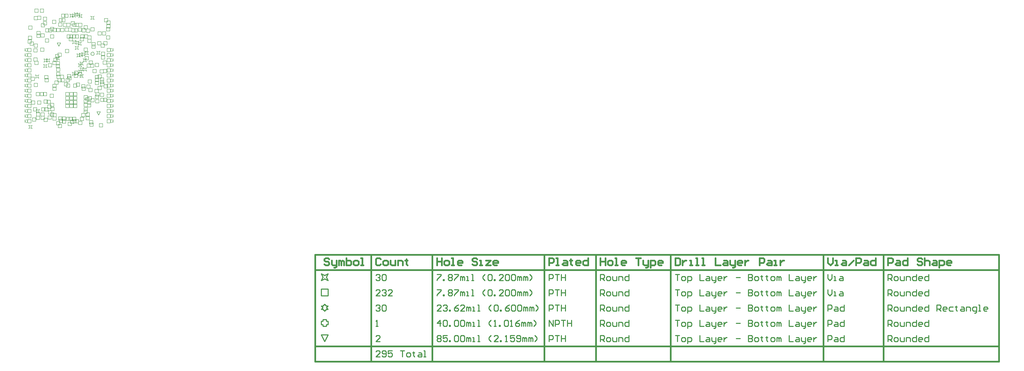
<source format=gbr>
%TF.GenerationSoftware,Altium Limited,Altium Designer,20.1.11 (218)*%
G04 Layer_Color=2752767*
%FSLAX26Y26*%
%MOIN*%
%TF.SameCoordinates,F1652399-7491-40A6-9504-01A14B245E9D*%
%TF.FilePolarity,Positive*%
%TF.FileFunction,Drawing*%
%TF.Part,Single*%
G01*
G75*
%TA.AperFunction,NonConductor*%
%ADD61C,0.010000*%
%ADD124C,0.015000*%
%ADD138C,0.003333*%
%ADD139C,0.016000*%
D61*
X2895395Y-1480000D02*
X2928728Y-1463333D01*
X2962061Y-1480000D01*
X2945395Y-1446667D02*
X2962061Y-1480000D01*
X2945395Y-1446667D02*
X2962061Y-1413333D01*
X2928728Y-1430000D02*
X2962061Y-1413333D01*
X2895395D02*
X2928728Y-1430000D01*
X2895395Y-1413333D02*
X2912061Y-1446667D01*
X2895395Y-1480000D02*
X2912061Y-1446667D01*
X2895395Y-1630000D02*
X2962061D01*
Y-1563333D01*
X2895395D02*
X2962061D01*
X2895395Y-1630000D02*
Y-1563333D01*
X2912061Y-1763333D02*
X2928728Y-1780000D01*
X2895395Y-1763333D02*
X2912061D01*
X2895395D02*
X2912061Y-1746667D01*
X2895395Y-1730000D02*
X2912061Y-1746667D01*
X2895395Y-1730000D02*
X2912061D01*
X2928728Y-1713333D01*
X2945395Y-1730000D01*
X2962061D01*
X2945395Y-1746667D02*
X2962061Y-1730000D01*
X2945395Y-1746667D02*
X2962061Y-1763333D01*
X2945395D02*
X2962061D01*
X2928728Y-1780000D02*
X2945395Y-1763333D01*
X2895395Y-1913333D02*
X2912061D01*
X2895395D02*
Y-1880000D01*
X2912061D01*
Y-1863333D01*
X2945395D01*
Y-1880000D02*
Y-1863333D01*
Y-1880000D02*
X2962061D01*
Y-1913333D02*
Y-1880000D01*
X2945395Y-1913333D02*
X2962061D01*
X2945395Y-1930000D02*
Y-1913333D01*
X2912061Y-1930000D02*
X2945395D01*
X2912061D02*
Y-1913333D01*
X2928728Y-2080000D02*
X2962061Y-2013333D01*
X2895395D02*
X2962061D01*
X2895395D02*
X2928728Y-2080000D01*
X8460077Y-1480000D02*
Y-1420019D01*
X8490067D01*
X8500064Y-1430016D01*
Y-1450010D01*
X8490067Y-1460006D01*
X8460077D01*
X8480070D02*
X8500064Y-1480000D01*
X8530054D02*
X8550048D01*
X8560045Y-1470003D01*
Y-1450010D01*
X8550048Y-1440013D01*
X8530054D01*
X8520058Y-1450010D01*
Y-1470003D01*
X8530054Y-1480000D01*
X8580038Y-1440013D02*
Y-1470003D01*
X8590035Y-1480000D01*
X8620025D01*
Y-1440013D01*
X8640019Y-1480000D02*
Y-1440013D01*
X8670009D01*
X8680006Y-1450010D01*
Y-1480000D01*
X8739986Y-1420019D02*
Y-1480000D01*
X8709996D01*
X8699999Y-1470003D01*
Y-1450010D01*
X8709996Y-1440013D01*
X8739986D01*
X8789970Y-1480000D02*
X8769977D01*
X8759980Y-1470003D01*
Y-1450010D01*
X8769977Y-1440013D01*
X8789970D01*
X8799967Y-1450010D01*
Y-1460006D01*
X8759980D01*
X8859948Y-1420019D02*
Y-1480000D01*
X8829957D01*
X8819960Y-1470003D01*
Y-1450010D01*
X8829957Y-1440013D01*
X8859948D01*
X8460077Y-1630000D02*
Y-1570019D01*
X8490067D01*
X8500064Y-1580016D01*
Y-1600010D01*
X8490067Y-1610006D01*
X8460077D01*
X8480070D02*
X8500064Y-1630000D01*
X8530054D02*
X8550048D01*
X8560045Y-1620003D01*
Y-1600010D01*
X8550048Y-1590013D01*
X8530054D01*
X8520058Y-1600010D01*
Y-1620003D01*
X8530054Y-1630000D01*
X8580038Y-1590013D02*
Y-1620003D01*
X8590035Y-1630000D01*
X8620025D01*
Y-1590013D01*
X8640019Y-1630000D02*
Y-1590013D01*
X8670009D01*
X8680006Y-1600010D01*
Y-1630000D01*
X8739986Y-1570019D02*
Y-1630000D01*
X8709996D01*
X8699999Y-1620003D01*
Y-1600010D01*
X8709996Y-1590013D01*
X8739986D01*
X8789970Y-1630000D02*
X8769977D01*
X8759980Y-1620003D01*
Y-1600010D01*
X8769977Y-1590013D01*
X8789970D01*
X8799967Y-1600010D01*
Y-1610006D01*
X8759980D01*
X8859948Y-1570019D02*
Y-1630000D01*
X8829957D01*
X8819960Y-1620003D01*
Y-1600010D01*
X8829957Y-1590013D01*
X8859948D01*
X8460077Y-1780000D02*
Y-1720019D01*
X8490067D01*
X8500064Y-1730016D01*
Y-1750010D01*
X8490067Y-1760006D01*
X8460077D01*
X8480070D02*
X8500064Y-1780000D01*
X8530054D02*
X8550048D01*
X8560045Y-1770003D01*
Y-1750010D01*
X8550048Y-1740013D01*
X8530054D01*
X8520058Y-1750010D01*
Y-1770003D01*
X8530054Y-1780000D01*
X8580038Y-1740013D02*
Y-1770003D01*
X8590035Y-1780000D01*
X8620025D01*
Y-1740013D01*
X8640019Y-1780000D02*
Y-1740013D01*
X8670009D01*
X8680006Y-1750010D01*
Y-1780000D01*
X8739986Y-1720019D02*
Y-1780000D01*
X8709996D01*
X8699999Y-1770003D01*
Y-1750010D01*
X8709996Y-1740013D01*
X8739986D01*
X8789970Y-1780000D02*
X8769977D01*
X8759980Y-1770003D01*
Y-1750010D01*
X8769977Y-1740013D01*
X8789970D01*
X8799967Y-1750010D01*
Y-1760006D01*
X8759980D01*
X8859948Y-1720019D02*
Y-1780000D01*
X8829957D01*
X8819960Y-1770003D01*
Y-1750010D01*
X8829957Y-1740013D01*
X8859948D01*
X8939922Y-1780000D02*
Y-1720019D01*
X8969912D01*
X8979909Y-1730016D01*
Y-1750010D01*
X8969912Y-1760006D01*
X8939922D01*
X8959915D02*
X8979909Y-1780000D01*
X9029893D02*
X9009899D01*
X8999902Y-1770003D01*
Y-1750010D01*
X9009899Y-1740013D01*
X9029893D01*
X9039889Y-1750010D01*
Y-1760006D01*
X8999902D01*
X9099870Y-1740013D02*
X9069880D01*
X9059883Y-1750010D01*
Y-1770003D01*
X9069880Y-1780000D01*
X9099870D01*
X9129860Y-1730016D02*
Y-1740013D01*
X9119863D01*
X9139857D01*
X9129860D01*
Y-1770003D01*
X9139857Y-1780000D01*
X9179844Y-1740013D02*
X9199838D01*
X9209834Y-1750010D01*
Y-1780000D01*
X9179844D01*
X9169847Y-1770003D01*
X9179844Y-1760006D01*
X9209834D01*
X9229828Y-1780000D02*
Y-1740013D01*
X9259818D01*
X9269815Y-1750010D01*
Y-1780000D01*
X9309802Y-1799994D02*
X9319799D01*
X9329796Y-1789997D01*
Y-1740013D01*
X9299805D01*
X9289808Y-1750010D01*
Y-1770003D01*
X9299805Y-1780000D01*
X9329796D01*
X9349789D02*
X9369783D01*
X9359786D01*
Y-1720019D01*
X9349789D01*
X9429763Y-1780000D02*
X9409770D01*
X9399773Y-1770003D01*
Y-1750010D01*
X9409770Y-1740013D01*
X9429763D01*
X9439760Y-1750010D01*
Y-1760006D01*
X9399773D01*
X8460077Y-1930000D02*
Y-1870019D01*
X8490067D01*
X8500064Y-1880016D01*
Y-1900010D01*
X8490067Y-1910006D01*
X8460077D01*
X8480070D02*
X8500064Y-1930000D01*
X8530054D02*
X8550048D01*
X8560045Y-1920003D01*
Y-1900010D01*
X8550048Y-1890013D01*
X8530054D01*
X8520058Y-1900010D01*
Y-1920003D01*
X8530054Y-1930000D01*
X8580038Y-1890013D02*
Y-1920003D01*
X8590035Y-1930000D01*
X8620025D01*
Y-1890013D01*
X8640019Y-1930000D02*
Y-1890013D01*
X8670009D01*
X8680006Y-1900010D01*
Y-1930000D01*
X8739986Y-1870019D02*
Y-1930000D01*
X8709996D01*
X8699999Y-1920003D01*
Y-1900010D01*
X8709996Y-1890013D01*
X8739986D01*
X8789970Y-1930000D02*
X8769977D01*
X8759980Y-1920003D01*
Y-1900010D01*
X8769977Y-1890013D01*
X8789970D01*
X8799967Y-1900010D01*
Y-1910006D01*
X8759980D01*
X8859948Y-1870019D02*
Y-1930000D01*
X8829957D01*
X8819960Y-1920003D01*
Y-1900010D01*
X8829957Y-1890013D01*
X8859948D01*
X8460077Y-2080000D02*
Y-2020019D01*
X8490067D01*
X8500064Y-2030016D01*
Y-2050010D01*
X8490067Y-2060006D01*
X8460077D01*
X8480070D02*
X8500064Y-2080000D01*
X8530054D02*
X8550048D01*
X8560045Y-2070003D01*
Y-2050010D01*
X8550048Y-2040013D01*
X8530054D01*
X8520058Y-2050010D01*
Y-2070003D01*
X8530054Y-2080000D01*
X8580038Y-2040013D02*
Y-2070003D01*
X8590035Y-2080000D01*
X8620025D01*
Y-2040013D01*
X8640019Y-2080000D02*
Y-2040013D01*
X8670009D01*
X8680006Y-2050010D01*
Y-2080000D01*
X8739986Y-2020019D02*
Y-2080000D01*
X8709996D01*
X8699999Y-2070003D01*
Y-2050010D01*
X8709996Y-2040013D01*
X8739986D01*
X8789970Y-2080000D02*
X8769977D01*
X8759980Y-2070003D01*
Y-2050010D01*
X8769977Y-2040013D01*
X8789970D01*
X8799967Y-2050010D01*
Y-2060006D01*
X8759980D01*
X8859948Y-2020019D02*
Y-2080000D01*
X8829957D01*
X8819960Y-2070003D01*
Y-2050010D01*
X8829957Y-2040013D01*
X8859948D01*
X7870228Y-1420019D02*
Y-1460006D01*
X7890222Y-1480000D01*
X7910215Y-1460006D01*
Y-1420019D01*
X7930209Y-1480000D02*
X7950202D01*
X7940206D01*
Y-1440013D01*
X7930209D01*
X7990190D02*
X8010183D01*
X8020180Y-1450010D01*
Y-1480000D01*
X7990190D01*
X7980193Y-1470003D01*
X7990190Y-1460006D01*
X8020180D01*
X7870228Y-1570019D02*
Y-1610006D01*
X7890222Y-1630000D01*
X7910215Y-1610006D01*
Y-1570019D01*
X7930209Y-1630000D02*
X7950202D01*
X7940206D01*
Y-1590013D01*
X7930209D01*
X7990190D02*
X8010183D01*
X8020180Y-1600010D01*
Y-1630000D01*
X7990190D01*
X7980193Y-1620003D01*
X7990190Y-1610006D01*
X8020180D01*
X7870228Y-1780000D02*
Y-1720019D01*
X7900219D01*
X7910215Y-1730016D01*
Y-1750010D01*
X7900219Y-1760006D01*
X7870228D01*
X7940206Y-1740013D02*
X7960199D01*
X7970196Y-1750010D01*
Y-1780000D01*
X7940206D01*
X7930209Y-1770003D01*
X7940206Y-1760006D01*
X7970196D01*
X8030177Y-1720019D02*
Y-1780000D01*
X8000186D01*
X7990190Y-1770003D01*
Y-1750010D01*
X8000186Y-1740013D01*
X8030177D01*
X7870228Y-1930000D02*
Y-1870019D01*
X7900219D01*
X7910215Y-1880016D01*
Y-1900010D01*
X7900219Y-1910006D01*
X7870228D01*
X7940206Y-1890013D02*
X7960199D01*
X7970196Y-1900010D01*
Y-1930000D01*
X7940206D01*
X7930209Y-1920003D01*
X7940206Y-1910006D01*
X7970196D01*
X8030177Y-1870019D02*
Y-1930000D01*
X8000186D01*
X7990190Y-1920003D01*
Y-1900010D01*
X8000186Y-1890013D01*
X8030177D01*
X7870228Y-2080000D02*
Y-2020019D01*
X7900219D01*
X7910215Y-2030016D01*
Y-2050010D01*
X7900219Y-2060006D01*
X7870228D01*
X7940206Y-2040013D02*
X7960199D01*
X7970196Y-2050010D01*
Y-2080000D01*
X7940206D01*
X7930209Y-2070003D01*
X7940206Y-2060006D01*
X7970196D01*
X8030177Y-2020019D02*
Y-2080000D01*
X8000186D01*
X7990190Y-2070003D01*
Y-2050010D01*
X8000186Y-2040013D01*
X8030177D01*
X6370678Y-1420019D02*
X6410665D01*
X6390671D01*
Y-1480000D01*
X6440655D02*
X6460649D01*
X6470645Y-1470003D01*
Y-1450010D01*
X6460649Y-1440013D01*
X6440655D01*
X6430658Y-1450010D01*
Y-1470003D01*
X6440655Y-1480000D01*
X6490639Y-1499994D02*
Y-1440013D01*
X6520629D01*
X6530626Y-1450010D01*
Y-1470003D01*
X6520629Y-1480000D01*
X6490639D01*
X6610600Y-1420019D02*
Y-1480000D01*
X6650587D01*
X6680578Y-1440013D02*
X6700571D01*
X6710568Y-1450010D01*
Y-1480000D01*
X6680578D01*
X6670581Y-1470003D01*
X6680578Y-1460006D01*
X6710568D01*
X6730561Y-1440013D02*
Y-1470003D01*
X6740558Y-1480000D01*
X6770548D01*
Y-1489997D01*
X6760552Y-1499994D01*
X6750555D01*
X6770548Y-1480000D02*
Y-1440013D01*
X6820532Y-1480000D02*
X6800539D01*
X6790542Y-1470003D01*
Y-1450010D01*
X6800539Y-1440013D01*
X6820532D01*
X6830529Y-1450010D01*
Y-1460006D01*
X6790542D01*
X6850523Y-1440013D02*
Y-1480000D01*
Y-1460006D01*
X6860519Y-1450010D01*
X6870516Y-1440013D01*
X6880513D01*
X6970484Y-1450010D02*
X7010471D01*
X7090445Y-1420019D02*
Y-1480000D01*
X7120435D01*
X7130432Y-1470003D01*
Y-1460006D01*
X7120435Y-1450010D01*
X7090445D01*
X7120435D01*
X7130432Y-1440013D01*
Y-1430016D01*
X7120435Y-1420019D01*
X7090445D01*
X7160422Y-1480000D02*
X7180416D01*
X7190413Y-1470003D01*
Y-1450010D01*
X7180416Y-1440013D01*
X7160422D01*
X7150426Y-1450010D01*
Y-1470003D01*
X7160422Y-1480000D01*
X7220403Y-1430016D02*
Y-1440013D01*
X7210406D01*
X7230400D01*
X7220403D01*
Y-1470003D01*
X7230400Y-1480000D01*
X7270387Y-1430016D02*
Y-1440013D01*
X7260390D01*
X7280383D01*
X7270387D01*
Y-1470003D01*
X7280383Y-1480000D01*
X7320371D02*
X7340364D01*
X7350361Y-1470003D01*
Y-1450010D01*
X7340364Y-1440013D01*
X7320371D01*
X7310374Y-1450010D01*
Y-1470003D01*
X7320371Y-1480000D01*
X7370354D02*
Y-1440013D01*
X7380351D01*
X7390348Y-1450010D01*
Y-1480000D01*
Y-1450010D01*
X7400345Y-1440013D01*
X7410342Y-1450010D01*
Y-1480000D01*
X7490316Y-1420019D02*
Y-1480000D01*
X7530303D01*
X7560293Y-1440013D02*
X7580287D01*
X7590283Y-1450010D01*
Y-1480000D01*
X7560293D01*
X7550296Y-1470003D01*
X7560293Y-1460006D01*
X7590283D01*
X7610277Y-1440013D02*
Y-1470003D01*
X7620274Y-1480000D01*
X7650264D01*
Y-1489997D01*
X7640267Y-1499994D01*
X7630270D01*
X7650264Y-1480000D02*
Y-1440013D01*
X7700248Y-1480000D02*
X7680254D01*
X7670257Y-1470003D01*
Y-1450010D01*
X7680254Y-1440013D01*
X7700248D01*
X7710244Y-1450010D01*
Y-1460006D01*
X7670257D01*
X7730238Y-1440013D02*
Y-1480000D01*
Y-1460006D01*
X7740235Y-1450010D01*
X7750231Y-1440013D01*
X7760228D01*
X6370678Y-1570019D02*
X6410665D01*
X6390671D01*
Y-1630000D01*
X6440655D02*
X6460649D01*
X6470645Y-1620003D01*
Y-1600010D01*
X6460649Y-1590013D01*
X6440655D01*
X6430658Y-1600010D01*
Y-1620003D01*
X6440655Y-1630000D01*
X6490639Y-1649994D02*
Y-1590013D01*
X6520629D01*
X6530626Y-1600010D01*
Y-1620003D01*
X6520629Y-1630000D01*
X6490639D01*
X6610600Y-1570019D02*
Y-1630000D01*
X6650587D01*
X6680578Y-1590013D02*
X6700571D01*
X6710568Y-1600010D01*
Y-1630000D01*
X6680578D01*
X6670581Y-1620003D01*
X6680578Y-1610006D01*
X6710568D01*
X6730561Y-1590013D02*
Y-1620003D01*
X6740558Y-1630000D01*
X6770548D01*
Y-1639997D01*
X6760552Y-1649994D01*
X6750555D01*
X6770548Y-1630000D02*
Y-1590013D01*
X6820532Y-1630000D02*
X6800539D01*
X6790542Y-1620003D01*
Y-1600010D01*
X6800539Y-1590013D01*
X6820532D01*
X6830529Y-1600010D01*
Y-1610006D01*
X6790542D01*
X6850523Y-1590013D02*
Y-1630000D01*
Y-1610006D01*
X6860519Y-1600010D01*
X6870516Y-1590013D01*
X6880513D01*
X6970484Y-1600010D02*
X7010471D01*
X7090445Y-1570019D02*
Y-1630000D01*
X7120435D01*
X7130432Y-1620003D01*
Y-1610006D01*
X7120435Y-1600010D01*
X7090445D01*
X7120435D01*
X7130432Y-1590013D01*
Y-1580016D01*
X7120435Y-1570019D01*
X7090445D01*
X7160422Y-1630000D02*
X7180416D01*
X7190413Y-1620003D01*
Y-1600010D01*
X7180416Y-1590013D01*
X7160422D01*
X7150426Y-1600010D01*
Y-1620003D01*
X7160422Y-1630000D01*
X7220403Y-1580016D02*
Y-1590013D01*
X7210406D01*
X7230400D01*
X7220403D01*
Y-1620003D01*
X7230400Y-1630000D01*
X7270387Y-1580016D02*
Y-1590013D01*
X7260390D01*
X7280383D01*
X7270387D01*
Y-1620003D01*
X7280383Y-1630000D01*
X7320371D02*
X7340364D01*
X7350361Y-1620003D01*
Y-1600010D01*
X7340364Y-1590013D01*
X7320371D01*
X7310374Y-1600010D01*
Y-1620003D01*
X7320371Y-1630000D01*
X7370354D02*
Y-1590013D01*
X7380351D01*
X7390348Y-1600010D01*
Y-1630000D01*
Y-1600010D01*
X7400345Y-1590013D01*
X7410342Y-1600010D01*
Y-1630000D01*
X7490316Y-1570019D02*
Y-1630000D01*
X7530303D01*
X7560293Y-1590013D02*
X7580287D01*
X7590283Y-1600010D01*
Y-1630000D01*
X7560293D01*
X7550296Y-1620003D01*
X7560293Y-1610006D01*
X7590283D01*
X7610277Y-1590013D02*
Y-1620003D01*
X7620274Y-1630000D01*
X7650264D01*
Y-1639997D01*
X7640267Y-1649994D01*
X7630270D01*
X7650264Y-1630000D02*
Y-1590013D01*
X7700248Y-1630000D02*
X7680254D01*
X7670257Y-1620003D01*
Y-1600010D01*
X7680254Y-1590013D01*
X7700248D01*
X7710244Y-1600010D01*
Y-1610006D01*
X7670257D01*
X7730238Y-1590013D02*
Y-1630000D01*
Y-1610006D01*
X7740235Y-1600010D01*
X7750231Y-1590013D01*
X7760228D01*
X6370678Y-1720019D02*
X6410665D01*
X6390671D01*
Y-1780000D01*
X6440655D02*
X6460649D01*
X6470645Y-1770003D01*
Y-1750010D01*
X6460649Y-1740013D01*
X6440655D01*
X6430658Y-1750010D01*
Y-1770003D01*
X6440655Y-1780000D01*
X6490639Y-1799994D02*
Y-1740013D01*
X6520629D01*
X6530626Y-1750010D01*
Y-1770003D01*
X6520629Y-1780000D01*
X6490639D01*
X6610600Y-1720019D02*
Y-1780000D01*
X6650587D01*
X6680578Y-1740013D02*
X6700571D01*
X6710568Y-1750010D01*
Y-1780000D01*
X6680578D01*
X6670581Y-1770003D01*
X6680578Y-1760006D01*
X6710568D01*
X6730561Y-1740013D02*
Y-1770003D01*
X6740558Y-1780000D01*
X6770548D01*
Y-1789997D01*
X6760552Y-1799994D01*
X6750555D01*
X6770548Y-1780000D02*
Y-1740013D01*
X6820532Y-1780000D02*
X6800539D01*
X6790542Y-1770003D01*
Y-1750010D01*
X6800539Y-1740013D01*
X6820532D01*
X6830529Y-1750010D01*
Y-1760006D01*
X6790542D01*
X6850523Y-1740013D02*
Y-1780000D01*
Y-1760006D01*
X6860519Y-1750010D01*
X6870516Y-1740013D01*
X6880513D01*
X6970484Y-1750010D02*
X7010471D01*
X7090445Y-1720019D02*
Y-1780000D01*
X7120435D01*
X7130432Y-1770003D01*
Y-1760006D01*
X7120435Y-1750010D01*
X7090445D01*
X7120435D01*
X7130432Y-1740013D01*
Y-1730016D01*
X7120435Y-1720019D01*
X7090445D01*
X7160422Y-1780000D02*
X7180416D01*
X7190413Y-1770003D01*
Y-1750010D01*
X7180416Y-1740013D01*
X7160422D01*
X7150426Y-1750010D01*
Y-1770003D01*
X7160422Y-1780000D01*
X7220403Y-1730016D02*
Y-1740013D01*
X7210406D01*
X7230400D01*
X7220403D01*
Y-1770003D01*
X7230400Y-1780000D01*
X7270387Y-1730016D02*
Y-1740013D01*
X7260390D01*
X7280383D01*
X7270387D01*
Y-1770003D01*
X7280383Y-1780000D01*
X7320371D02*
X7340364D01*
X7350361Y-1770003D01*
Y-1750010D01*
X7340364Y-1740013D01*
X7320371D01*
X7310374Y-1750010D01*
Y-1770003D01*
X7320371Y-1780000D01*
X7370354D02*
Y-1740013D01*
X7380351D01*
X7390348Y-1750010D01*
Y-1780000D01*
Y-1750010D01*
X7400345Y-1740013D01*
X7410342Y-1750010D01*
Y-1780000D01*
X7490316Y-1720019D02*
Y-1780000D01*
X7530303D01*
X7560293Y-1740013D02*
X7580287D01*
X7590283Y-1750010D01*
Y-1780000D01*
X7560293D01*
X7550296Y-1770003D01*
X7560293Y-1760006D01*
X7590283D01*
X7610277Y-1740013D02*
Y-1770003D01*
X7620274Y-1780000D01*
X7650264D01*
Y-1789997D01*
X7640267Y-1799994D01*
X7630270D01*
X7650264Y-1780000D02*
Y-1740013D01*
X7700248Y-1780000D02*
X7680254D01*
X7670257Y-1770003D01*
Y-1750010D01*
X7680254Y-1740013D01*
X7700248D01*
X7710244Y-1750010D01*
Y-1760006D01*
X7670257D01*
X7730238Y-1740013D02*
Y-1780000D01*
Y-1760006D01*
X7740235Y-1750010D01*
X7750231Y-1740013D01*
X7760228D01*
X6370678Y-1870019D02*
X6410665D01*
X6390671D01*
Y-1930000D01*
X6440655D02*
X6460649D01*
X6470645Y-1920003D01*
Y-1900010D01*
X6460649Y-1890013D01*
X6440655D01*
X6430658Y-1900010D01*
Y-1920003D01*
X6440655Y-1930000D01*
X6490639Y-1949994D02*
Y-1890013D01*
X6520629D01*
X6530626Y-1900010D01*
Y-1920003D01*
X6520629Y-1930000D01*
X6490639D01*
X6610600Y-1870019D02*
Y-1930000D01*
X6650587D01*
X6680578Y-1890013D02*
X6700571D01*
X6710568Y-1900010D01*
Y-1930000D01*
X6680578D01*
X6670581Y-1920003D01*
X6680578Y-1910006D01*
X6710568D01*
X6730561Y-1890013D02*
Y-1920003D01*
X6740558Y-1930000D01*
X6770548D01*
Y-1939997D01*
X6760552Y-1949994D01*
X6750555D01*
X6770548Y-1930000D02*
Y-1890013D01*
X6820532Y-1930000D02*
X6800539D01*
X6790542Y-1920003D01*
Y-1900010D01*
X6800539Y-1890013D01*
X6820532D01*
X6830529Y-1900010D01*
Y-1910006D01*
X6790542D01*
X6850523Y-1890013D02*
Y-1930000D01*
Y-1910006D01*
X6860519Y-1900010D01*
X6870516Y-1890013D01*
X6880513D01*
X6970484Y-1900010D02*
X7010471D01*
X7090445Y-1870019D02*
Y-1930000D01*
X7120435D01*
X7130432Y-1920003D01*
Y-1910006D01*
X7120435Y-1900010D01*
X7090445D01*
X7120435D01*
X7130432Y-1890013D01*
Y-1880016D01*
X7120435Y-1870019D01*
X7090445D01*
X7160422Y-1930000D02*
X7180416D01*
X7190413Y-1920003D01*
Y-1900010D01*
X7180416Y-1890013D01*
X7160422D01*
X7150426Y-1900010D01*
Y-1920003D01*
X7160422Y-1930000D01*
X7220403Y-1880016D02*
Y-1890013D01*
X7210406D01*
X7230400D01*
X7220403D01*
Y-1920003D01*
X7230400Y-1930000D01*
X7270387Y-1880016D02*
Y-1890013D01*
X7260390D01*
X7280383D01*
X7270387D01*
Y-1920003D01*
X7280383Y-1930000D01*
X7320371D02*
X7340364D01*
X7350361Y-1920003D01*
Y-1900010D01*
X7340364Y-1890013D01*
X7320371D01*
X7310374Y-1900010D01*
Y-1920003D01*
X7320371Y-1930000D01*
X7370354D02*
Y-1890013D01*
X7380351D01*
X7390348Y-1900010D01*
Y-1930000D01*
Y-1900010D01*
X7400345Y-1890013D01*
X7410342Y-1900010D01*
Y-1930000D01*
X7490316Y-1870019D02*
Y-1930000D01*
X7530303D01*
X7560293Y-1890013D02*
X7580287D01*
X7590283Y-1900010D01*
Y-1930000D01*
X7560293D01*
X7550296Y-1920003D01*
X7560293Y-1910006D01*
X7590283D01*
X7610277Y-1890013D02*
Y-1920003D01*
X7620274Y-1930000D01*
X7650264D01*
Y-1939997D01*
X7640267Y-1949994D01*
X7630270D01*
X7650264Y-1930000D02*
Y-1890013D01*
X7700248Y-1930000D02*
X7680254D01*
X7670257Y-1920003D01*
Y-1900010D01*
X7680254Y-1890013D01*
X7700248D01*
X7710244Y-1900010D01*
Y-1910006D01*
X7670257D01*
X7730238Y-1890013D02*
Y-1930000D01*
Y-1910006D01*
X7740235Y-1900010D01*
X7750231Y-1890013D01*
X7760228D01*
X6370678Y-2020019D02*
X6410665D01*
X6390671D01*
Y-2080000D01*
X6440655D02*
X6460649D01*
X6470645Y-2070003D01*
Y-2050010D01*
X6460649Y-2040013D01*
X6440655D01*
X6430658Y-2050010D01*
Y-2070003D01*
X6440655Y-2080000D01*
X6490639Y-2099994D02*
Y-2040013D01*
X6520629D01*
X6530626Y-2050010D01*
Y-2070003D01*
X6520629Y-2080000D01*
X6490639D01*
X6610600Y-2020019D02*
Y-2080000D01*
X6650587D01*
X6680578Y-2040013D02*
X6700571D01*
X6710568Y-2050010D01*
Y-2080000D01*
X6680578D01*
X6670581Y-2070003D01*
X6680578Y-2060006D01*
X6710568D01*
X6730561Y-2040013D02*
Y-2070003D01*
X6740558Y-2080000D01*
X6770548D01*
Y-2089997D01*
X6760552Y-2099994D01*
X6750555D01*
X6770548Y-2080000D02*
Y-2040013D01*
X6820532Y-2080000D02*
X6800539D01*
X6790542Y-2070003D01*
Y-2050010D01*
X6800539Y-2040013D01*
X6820532D01*
X6830529Y-2050010D01*
Y-2060006D01*
X6790542D01*
X6850523Y-2040013D02*
Y-2080000D01*
Y-2060006D01*
X6860519Y-2050010D01*
X6870516Y-2040013D01*
X6880513D01*
X6970484Y-2050010D02*
X7010471D01*
X7090445Y-2020019D02*
Y-2080000D01*
X7120435D01*
X7130432Y-2070003D01*
Y-2060006D01*
X7120435Y-2050010D01*
X7090445D01*
X7120435D01*
X7130432Y-2040013D01*
Y-2030016D01*
X7120435Y-2020019D01*
X7090445D01*
X7160422Y-2080000D02*
X7180416D01*
X7190413Y-2070003D01*
Y-2050010D01*
X7180416Y-2040013D01*
X7160422D01*
X7150426Y-2050010D01*
Y-2070003D01*
X7160422Y-2080000D01*
X7220403Y-2030016D02*
Y-2040013D01*
X7210406D01*
X7230400D01*
X7220403D01*
Y-2070003D01*
X7230400Y-2080000D01*
X7270387Y-2030016D02*
Y-2040013D01*
X7260390D01*
X7280383D01*
X7270387D01*
Y-2070003D01*
X7280383Y-2080000D01*
X7320371D02*
X7340364D01*
X7350361Y-2070003D01*
Y-2050010D01*
X7340364Y-2040013D01*
X7320371D01*
X7310374Y-2050010D01*
Y-2070003D01*
X7320371Y-2080000D01*
X7370354D02*
Y-2040013D01*
X7380351D01*
X7390348Y-2050010D01*
Y-2080000D01*
Y-2050010D01*
X7400345Y-2040013D01*
X7410342Y-2050010D01*
Y-2080000D01*
X7490316Y-2020019D02*
Y-2080000D01*
X7530303D01*
X7560293Y-2040013D02*
X7580287D01*
X7590283Y-2050010D01*
Y-2080000D01*
X7560293D01*
X7550296Y-2070003D01*
X7560293Y-2060006D01*
X7590283D01*
X7610277Y-2040013D02*
Y-2070003D01*
X7620274Y-2080000D01*
X7650264D01*
Y-2089997D01*
X7640267Y-2099994D01*
X7630270D01*
X7650264Y-2080000D02*
Y-2040013D01*
X7700248Y-2080000D02*
X7680254D01*
X7670257Y-2070003D01*
Y-2050010D01*
X7680254Y-2040013D01*
X7700248D01*
X7710244Y-2050010D01*
Y-2060006D01*
X7670257D01*
X7730238Y-2040013D02*
Y-2080000D01*
Y-2060006D01*
X7740235Y-2050010D01*
X7750231Y-2040013D01*
X7760228D01*
X5636876Y-1480000D02*
Y-1420019D01*
X5666866D01*
X5676863Y-1430016D01*
Y-1450010D01*
X5666866Y-1460006D01*
X5636876D01*
X5656869D02*
X5676863Y-1480000D01*
X5706853D02*
X5726847D01*
X5736843Y-1470003D01*
Y-1450010D01*
X5726847Y-1440013D01*
X5706853D01*
X5696856Y-1450010D01*
Y-1470003D01*
X5706853Y-1480000D01*
X5756837Y-1440013D02*
Y-1470003D01*
X5766834Y-1480000D01*
X5796824D01*
Y-1440013D01*
X5816818Y-1480000D02*
Y-1440013D01*
X5846808D01*
X5856805Y-1450010D01*
Y-1480000D01*
X5916785Y-1420019D02*
Y-1480000D01*
X5886795D01*
X5876798Y-1470003D01*
Y-1450010D01*
X5886795Y-1440013D01*
X5916785D01*
X5636876Y-1630000D02*
Y-1570019D01*
X5666866D01*
X5676863Y-1580016D01*
Y-1600010D01*
X5666866Y-1610006D01*
X5636876D01*
X5656869D02*
X5676863Y-1630000D01*
X5706853D02*
X5726847D01*
X5736843Y-1620003D01*
Y-1600010D01*
X5726847Y-1590013D01*
X5706853D01*
X5696856Y-1600010D01*
Y-1620003D01*
X5706853Y-1630000D01*
X5756837Y-1590013D02*
Y-1620003D01*
X5766834Y-1630000D01*
X5796824D01*
Y-1590013D01*
X5816818Y-1630000D02*
Y-1590013D01*
X5846808D01*
X5856805Y-1600010D01*
Y-1630000D01*
X5916785Y-1570019D02*
Y-1630000D01*
X5886795D01*
X5876798Y-1620003D01*
Y-1600010D01*
X5886795Y-1590013D01*
X5916785D01*
X5636876Y-1780000D02*
Y-1720019D01*
X5666866D01*
X5676863Y-1730016D01*
Y-1750010D01*
X5666866Y-1760006D01*
X5636876D01*
X5656869D02*
X5676863Y-1780000D01*
X5706853D02*
X5726847D01*
X5736843Y-1770003D01*
Y-1750010D01*
X5726847Y-1740013D01*
X5706853D01*
X5696856Y-1750010D01*
Y-1770003D01*
X5706853Y-1780000D01*
X5756837Y-1740013D02*
Y-1770003D01*
X5766834Y-1780000D01*
X5796824D01*
Y-1740013D01*
X5816818Y-1780000D02*
Y-1740013D01*
X5846808D01*
X5856805Y-1750010D01*
Y-1780000D01*
X5916785Y-1720019D02*
Y-1780000D01*
X5886795D01*
X5876798Y-1770003D01*
Y-1750010D01*
X5886795Y-1740013D01*
X5916785D01*
X5636876Y-1930000D02*
Y-1870019D01*
X5666866D01*
X5676863Y-1880016D01*
Y-1900010D01*
X5666866Y-1910006D01*
X5636876D01*
X5656869D02*
X5676863Y-1930000D01*
X5706853D02*
X5726847D01*
X5736843Y-1920003D01*
Y-1900010D01*
X5726847Y-1890013D01*
X5706853D01*
X5696856Y-1900010D01*
Y-1920003D01*
X5706853Y-1930000D01*
X5756837Y-1890013D02*
Y-1920003D01*
X5766834Y-1930000D01*
X5796824D01*
Y-1890013D01*
X5816818Y-1930000D02*
Y-1890013D01*
X5846808D01*
X5856805Y-1900010D01*
Y-1930000D01*
X5916785Y-1870019D02*
Y-1930000D01*
X5886795D01*
X5876798Y-1920003D01*
Y-1900010D01*
X5886795Y-1890013D01*
X5916785D01*
X5636876Y-2080000D02*
Y-2020019D01*
X5666866D01*
X5676863Y-2030016D01*
Y-2050010D01*
X5666866Y-2060006D01*
X5636876D01*
X5656869D02*
X5676863Y-2080000D01*
X5706853D02*
X5726847D01*
X5736843Y-2070003D01*
Y-2050010D01*
X5726847Y-2040013D01*
X5706853D01*
X5696856Y-2050010D01*
Y-2070003D01*
X5706853Y-2080000D01*
X5756837Y-2040013D02*
Y-2070003D01*
X5766834Y-2080000D01*
X5796824D01*
Y-2040013D01*
X5816818Y-2080000D02*
Y-2040013D01*
X5846808D01*
X5856805Y-2050010D01*
Y-2080000D01*
X5916785Y-2020019D02*
Y-2080000D01*
X5886795D01*
X5876798Y-2070003D01*
Y-2050010D01*
X5886795Y-2040013D01*
X5916785D01*
X5131000Y-1480000D02*
Y-1420019D01*
X5160990D01*
X5170987Y-1430016D01*
Y-1450010D01*
X5160990Y-1460006D01*
X5131000D01*
X5190981Y-1420019D02*
X5230968D01*
X5210974D01*
Y-1480000D01*
X5250961Y-1420019D02*
Y-1480000D01*
Y-1450010D01*
X5290948D01*
Y-1420019D01*
Y-1480000D01*
X5131000Y-1630000D02*
Y-1570019D01*
X5160990D01*
X5170987Y-1580016D01*
Y-1600010D01*
X5160990Y-1610006D01*
X5131000D01*
X5190981Y-1570019D02*
X5230968D01*
X5210974D01*
Y-1630000D01*
X5250961Y-1570019D02*
Y-1630000D01*
Y-1600010D01*
X5290948D01*
Y-1570019D01*
Y-1630000D01*
X5131000Y-1780000D02*
Y-1720019D01*
X5160990D01*
X5170987Y-1730016D01*
Y-1750010D01*
X5160990Y-1760006D01*
X5131000D01*
X5190981Y-1720019D02*
X5230968D01*
X5210974D01*
Y-1780000D01*
X5250961Y-1720019D02*
Y-1780000D01*
Y-1750010D01*
X5290948D01*
Y-1720019D01*
Y-1780000D01*
X5131000Y-1930000D02*
Y-1870019D01*
X5170987Y-1930000D01*
Y-1870019D01*
X5190981Y-1930000D02*
Y-1870019D01*
X5220971D01*
X5230968Y-1880016D01*
Y-1900010D01*
X5220971Y-1910006D01*
X5190981D01*
X5250961Y-1870019D02*
X5290948D01*
X5270955D01*
Y-1930000D01*
X5310942Y-1870019D02*
Y-1930000D01*
Y-1900010D01*
X5350929D01*
Y-1870019D01*
Y-1930000D01*
X5131000Y-2080000D02*
Y-2020019D01*
X5160990D01*
X5170987Y-2030016D01*
Y-2050010D01*
X5160990Y-2060006D01*
X5131000D01*
X5190981Y-2020019D02*
X5230968D01*
X5210974D01*
Y-2080000D01*
X5250961Y-2020019D02*
Y-2080000D01*
Y-2050010D01*
X5290948D01*
Y-2020019D01*
Y-2080000D01*
X4031320Y-1420019D02*
X4071307D01*
Y-1430016D01*
X4031320Y-1470003D01*
Y-1480000D01*
X4091301D02*
Y-1470003D01*
X4101298D01*
Y-1480000D01*
X4091301D01*
X4141285Y-1430016D02*
X4151282Y-1420019D01*
X4171275D01*
X4181272Y-1430016D01*
Y-1440013D01*
X4171275Y-1450010D01*
X4181272Y-1460006D01*
Y-1470003D01*
X4171275Y-1480000D01*
X4151282D01*
X4141285Y-1470003D01*
Y-1460006D01*
X4151282Y-1450010D01*
X4141285Y-1440013D01*
Y-1430016D01*
X4151282Y-1450010D02*
X4171275D01*
X4201265Y-1420019D02*
X4241252D01*
Y-1430016D01*
X4201265Y-1470003D01*
Y-1480000D01*
X4261246D02*
Y-1440013D01*
X4271243D01*
X4281239Y-1450010D01*
Y-1480000D01*
Y-1450010D01*
X4291236Y-1440013D01*
X4301233Y-1450010D01*
Y-1480000D01*
X4321226D02*
X4341220D01*
X4331223D01*
Y-1440013D01*
X4321226D01*
X4371210Y-1480000D02*
X4391204D01*
X4381207D01*
Y-1420019D01*
X4371210D01*
X4501168Y-1480000D02*
X4481175Y-1460006D01*
Y-1440013D01*
X4501168Y-1420019D01*
X4531158Y-1430016D02*
X4541155Y-1420019D01*
X4561149D01*
X4571146Y-1430016D01*
Y-1470003D01*
X4561149Y-1480000D01*
X4541155D01*
X4531158Y-1470003D01*
Y-1430016D01*
X4591139Y-1480000D02*
Y-1470003D01*
X4601136D01*
Y-1480000D01*
X4591139D01*
X4681110D02*
X4641123D01*
X4681110Y-1440013D01*
Y-1430016D01*
X4671113Y-1420019D01*
X4651120D01*
X4641123Y-1430016D01*
X4701104D02*
X4711100Y-1420019D01*
X4731094D01*
X4741091Y-1430016D01*
Y-1470003D01*
X4731094Y-1480000D01*
X4711100D01*
X4701104Y-1470003D01*
Y-1430016D01*
X4761084D02*
X4771081Y-1420019D01*
X4791074D01*
X4801071Y-1430016D01*
Y-1470003D01*
X4791074Y-1480000D01*
X4771081D01*
X4761084Y-1470003D01*
Y-1430016D01*
X4821065Y-1480000D02*
Y-1440013D01*
X4831061D01*
X4841058Y-1450010D01*
Y-1480000D01*
Y-1450010D01*
X4851055Y-1440013D01*
X4861052Y-1450010D01*
Y-1480000D01*
X4881045D02*
Y-1440013D01*
X4891042D01*
X4901039Y-1450010D01*
Y-1480000D01*
Y-1450010D01*
X4911036Y-1440013D01*
X4921032Y-1450010D01*
Y-1480000D01*
X4941026D02*
X4961019Y-1460006D01*
Y-1440013D01*
X4941026Y-1420019D01*
X4031320Y-1570019D02*
X4071307D01*
Y-1580016D01*
X4031320Y-1620003D01*
Y-1630000D01*
X4091301D02*
Y-1620003D01*
X4101298D01*
Y-1630000D01*
X4091301D01*
X4141285Y-1580016D02*
X4151282Y-1570019D01*
X4171275D01*
X4181272Y-1580016D01*
Y-1590013D01*
X4171275Y-1600010D01*
X4181272Y-1610006D01*
Y-1620003D01*
X4171275Y-1630000D01*
X4151282D01*
X4141285Y-1620003D01*
Y-1610006D01*
X4151282Y-1600010D01*
X4141285Y-1590013D01*
Y-1580016D01*
X4151282Y-1600010D02*
X4171275D01*
X4201265Y-1570019D02*
X4241252D01*
Y-1580016D01*
X4201265Y-1620003D01*
Y-1630000D01*
X4261246D02*
Y-1590013D01*
X4271243D01*
X4281239Y-1600010D01*
Y-1630000D01*
Y-1600010D01*
X4291236Y-1590013D01*
X4301233Y-1600010D01*
Y-1630000D01*
X4321226D02*
X4341220D01*
X4331223D01*
Y-1590013D01*
X4321226D01*
X4371210Y-1630000D02*
X4391204D01*
X4381207D01*
Y-1570019D01*
X4371210D01*
X4501168Y-1630000D02*
X4481175Y-1610006D01*
Y-1590013D01*
X4501168Y-1570019D01*
X4531158Y-1580016D02*
X4541155Y-1570019D01*
X4561149D01*
X4571146Y-1580016D01*
Y-1620003D01*
X4561149Y-1630000D01*
X4541155D01*
X4531158Y-1620003D01*
Y-1580016D01*
X4591139Y-1630000D02*
Y-1620003D01*
X4601136D01*
Y-1630000D01*
X4591139D01*
X4681110D02*
X4641123D01*
X4681110Y-1590013D01*
Y-1580016D01*
X4671113Y-1570019D01*
X4651120D01*
X4641123Y-1580016D01*
X4701104D02*
X4711100Y-1570019D01*
X4731094D01*
X4741091Y-1580016D01*
Y-1620003D01*
X4731094Y-1630000D01*
X4711100D01*
X4701104Y-1620003D01*
Y-1580016D01*
X4761084D02*
X4771081Y-1570019D01*
X4791074D01*
X4801071Y-1580016D01*
Y-1620003D01*
X4791074Y-1630000D01*
X4771081D01*
X4761084Y-1620003D01*
Y-1580016D01*
X4821065Y-1630000D02*
Y-1590013D01*
X4831061D01*
X4841058Y-1600010D01*
Y-1630000D01*
Y-1600010D01*
X4851055Y-1590013D01*
X4861052Y-1600010D01*
Y-1630000D01*
X4881045D02*
Y-1590013D01*
X4891042D01*
X4901039Y-1600010D01*
Y-1630000D01*
Y-1600010D01*
X4911036Y-1590013D01*
X4921032Y-1600010D01*
Y-1630000D01*
X4941026D02*
X4961019Y-1610006D01*
Y-1590013D01*
X4941026Y-1570019D01*
X4071307Y-1780000D02*
X4031320D01*
X4071307Y-1740013D01*
Y-1730016D01*
X4061311Y-1720019D01*
X4041317D01*
X4031320Y-1730016D01*
X4091301D02*
X4101298Y-1720019D01*
X4121291D01*
X4131288Y-1730016D01*
Y-1740013D01*
X4121291Y-1750010D01*
X4111294D01*
X4121291D01*
X4131288Y-1760006D01*
Y-1770003D01*
X4121291Y-1780000D01*
X4101298D01*
X4091301Y-1770003D01*
X4151282Y-1780000D02*
Y-1770003D01*
X4161278D01*
Y-1780000D01*
X4151282D01*
X4241252Y-1720019D02*
X4221259Y-1730016D01*
X4201265Y-1750010D01*
Y-1770003D01*
X4211262Y-1780000D01*
X4231256D01*
X4241252Y-1770003D01*
Y-1760006D01*
X4231256Y-1750010D01*
X4201265D01*
X4301233Y-1780000D02*
X4261246D01*
X4301233Y-1740013D01*
Y-1730016D01*
X4291236Y-1720019D01*
X4271243D01*
X4261246Y-1730016D01*
X4321226Y-1780000D02*
Y-1740013D01*
X4331223D01*
X4341220Y-1750010D01*
Y-1780000D01*
Y-1750010D01*
X4351217Y-1740013D01*
X4361214Y-1750010D01*
Y-1780000D01*
X4381207D02*
X4401201D01*
X4391204D01*
Y-1740013D01*
X4381207D01*
X4431191Y-1780000D02*
X4451184D01*
X4441188D01*
Y-1720019D01*
X4431191D01*
X4561149Y-1780000D02*
X4541155Y-1760006D01*
Y-1740013D01*
X4561149Y-1720019D01*
X4591139Y-1730016D02*
X4601136Y-1720019D01*
X4621129D01*
X4631126Y-1730016D01*
Y-1770003D01*
X4621129Y-1780000D01*
X4601136D01*
X4591139Y-1770003D01*
Y-1730016D01*
X4651120Y-1780000D02*
Y-1770003D01*
X4661117D01*
Y-1780000D01*
X4651120D01*
X4741091Y-1720019D02*
X4721097Y-1730016D01*
X4701104Y-1750010D01*
Y-1770003D01*
X4711100Y-1780000D01*
X4731094D01*
X4741091Y-1770003D01*
Y-1760006D01*
X4731094Y-1750010D01*
X4701104D01*
X4761084Y-1730016D02*
X4771081Y-1720019D01*
X4791074D01*
X4801071Y-1730016D01*
Y-1770003D01*
X4791074Y-1780000D01*
X4771081D01*
X4761084Y-1770003D01*
Y-1730016D01*
X4821065D02*
X4831061Y-1720019D01*
X4851055D01*
X4861052Y-1730016D01*
Y-1770003D01*
X4851055Y-1780000D01*
X4831061D01*
X4821065Y-1770003D01*
Y-1730016D01*
X4881045Y-1780000D02*
Y-1740013D01*
X4891042D01*
X4901039Y-1750010D01*
Y-1780000D01*
Y-1750010D01*
X4911036Y-1740013D01*
X4921032Y-1750010D01*
Y-1780000D01*
X4941026D02*
Y-1740013D01*
X4951023D01*
X4961019Y-1750010D01*
Y-1780000D01*
Y-1750010D01*
X4971016Y-1740013D01*
X4981013Y-1750010D01*
Y-1780000D01*
X5001007D02*
X5021000Y-1760006D01*
Y-1740013D01*
X5001007Y-1720019D01*
X4061311Y-1930000D02*
Y-1870019D01*
X4031320Y-1900010D01*
X4071307D01*
X4091301Y-1880016D02*
X4101298Y-1870019D01*
X4121291D01*
X4131288Y-1880016D01*
Y-1920003D01*
X4121291Y-1930000D01*
X4101298D01*
X4091301Y-1920003D01*
Y-1880016D01*
X4151282Y-1930000D02*
Y-1920003D01*
X4161278D01*
Y-1930000D01*
X4151282D01*
X4201265Y-1880016D02*
X4211262Y-1870019D01*
X4231256D01*
X4241252Y-1880016D01*
Y-1920003D01*
X4231256Y-1930000D01*
X4211262D01*
X4201265Y-1920003D01*
Y-1880016D01*
X4261246D02*
X4271243Y-1870019D01*
X4291236D01*
X4301233Y-1880016D01*
Y-1920003D01*
X4291236Y-1930000D01*
X4271243D01*
X4261246Y-1920003D01*
Y-1880016D01*
X4321226Y-1930000D02*
Y-1890013D01*
X4331223D01*
X4341220Y-1900010D01*
Y-1930000D01*
Y-1900010D01*
X4351217Y-1890013D01*
X4361214Y-1900010D01*
Y-1930000D01*
X4381207D02*
X4401201D01*
X4391204D01*
Y-1890013D01*
X4381207D01*
X4431191Y-1930000D02*
X4451184D01*
X4441188D01*
Y-1870019D01*
X4431191D01*
X4561149Y-1930000D02*
X4541155Y-1910006D01*
Y-1890013D01*
X4561149Y-1870019D01*
X4591139Y-1930000D02*
X4611133D01*
X4601136D01*
Y-1870019D01*
X4591139Y-1880016D01*
X4641123Y-1930000D02*
Y-1920003D01*
X4651120D01*
Y-1930000D01*
X4641123D01*
X4691107Y-1880016D02*
X4701104Y-1870019D01*
X4721097D01*
X4731094Y-1880016D01*
Y-1920003D01*
X4721097Y-1930000D01*
X4701104D01*
X4691107Y-1920003D01*
Y-1880016D01*
X4751087Y-1930000D02*
X4771081D01*
X4761084D01*
Y-1870019D01*
X4751087Y-1880016D01*
X4841058Y-1870019D02*
X4821065Y-1880016D01*
X4801071Y-1900010D01*
Y-1920003D01*
X4811068Y-1930000D01*
X4831061D01*
X4841058Y-1920003D01*
Y-1910006D01*
X4831061Y-1900010D01*
X4801071D01*
X4861052Y-1930000D02*
Y-1890013D01*
X4871048D01*
X4881045Y-1900010D01*
Y-1930000D01*
Y-1900010D01*
X4891042Y-1890013D01*
X4901039Y-1900010D01*
Y-1930000D01*
X4921032D02*
Y-1890013D01*
X4931029D01*
X4941026Y-1900010D01*
Y-1930000D01*
Y-1900010D01*
X4951023Y-1890013D01*
X4961019Y-1900010D01*
Y-1930000D01*
X4981013D02*
X5001006Y-1910006D01*
Y-1890013D01*
X4981013Y-1870019D01*
X4031320Y-2030016D02*
X4041317Y-2020019D01*
X4061311D01*
X4071307Y-2030016D01*
Y-2040013D01*
X4061311Y-2050010D01*
X4071307Y-2060006D01*
Y-2070003D01*
X4061311Y-2080000D01*
X4041317D01*
X4031320Y-2070003D01*
Y-2060006D01*
X4041317Y-2050010D01*
X4031320Y-2040013D01*
Y-2030016D01*
X4041317Y-2050010D02*
X4061311D01*
X4131288Y-2020019D02*
X4091301D01*
Y-2050010D01*
X4111294Y-2040013D01*
X4121291D01*
X4131288Y-2050010D01*
Y-2070003D01*
X4121291Y-2080000D01*
X4101298D01*
X4091301Y-2070003D01*
X4151282Y-2080000D02*
Y-2070003D01*
X4161278D01*
Y-2080000D01*
X4151282D01*
X4201265Y-2030016D02*
X4211262Y-2020019D01*
X4231256D01*
X4241252Y-2030016D01*
Y-2070003D01*
X4231256Y-2080000D01*
X4211262D01*
X4201265Y-2070003D01*
Y-2030016D01*
X4261246D02*
X4271243Y-2020019D01*
X4291236D01*
X4301233Y-2030016D01*
Y-2070003D01*
X4291236Y-2080000D01*
X4271243D01*
X4261246Y-2070003D01*
Y-2030016D01*
X4321226Y-2080000D02*
Y-2040013D01*
X4331223D01*
X4341220Y-2050010D01*
Y-2080000D01*
Y-2050010D01*
X4351217Y-2040013D01*
X4361214Y-2050010D01*
Y-2080000D01*
X4381207D02*
X4401201D01*
X4391204D01*
Y-2040013D01*
X4381207D01*
X4431191Y-2080000D02*
X4451184D01*
X4441188D01*
Y-2020019D01*
X4431191D01*
X4561149Y-2080000D02*
X4541155Y-2060006D01*
Y-2040013D01*
X4561149Y-2020019D01*
X4631126Y-2080000D02*
X4591139D01*
X4631126Y-2040013D01*
Y-2030016D01*
X4621129Y-2020019D01*
X4601136D01*
X4591139Y-2030016D01*
X4651120Y-2080000D02*
Y-2070003D01*
X4661117D01*
Y-2080000D01*
X4651120D01*
X4701104D02*
X4721097D01*
X4711100D01*
Y-2020019D01*
X4701104Y-2030016D01*
X4791074Y-2020019D02*
X4751087D01*
Y-2050010D01*
X4771081Y-2040013D01*
X4781078D01*
X4791074Y-2050010D01*
Y-2070003D01*
X4781078Y-2080000D01*
X4761084D01*
X4751087Y-2070003D01*
X4811068D02*
X4821065Y-2080000D01*
X4841058D01*
X4851055Y-2070003D01*
Y-2030016D01*
X4841058Y-2020019D01*
X4821065D01*
X4811068Y-2030016D01*
Y-2040013D01*
X4821065Y-2050010D01*
X4851055D01*
X4871048Y-2080000D02*
Y-2040013D01*
X4881045D01*
X4891042Y-2050010D01*
Y-2080000D01*
Y-2050010D01*
X4901039Y-2040013D01*
X4911036Y-2050010D01*
Y-2080000D01*
X4931029D02*
Y-2040013D01*
X4941026D01*
X4951023Y-2050010D01*
Y-2080000D01*
Y-2050010D01*
X4961019Y-2040013D01*
X4971016Y-2050010D01*
Y-2080000D01*
X4991010D02*
X5011003Y-2060006D01*
Y-2040013D01*
X4991010Y-2020019D01*
X3471466Y-2230000D02*
X3431479D01*
X3471466Y-2190013D01*
Y-2180016D01*
X3461469Y-2170019D01*
X3441476D01*
X3431479Y-2180016D01*
X3491459Y-2220003D02*
X3501456Y-2230000D01*
X3521450D01*
X3531447Y-2220003D01*
Y-2180016D01*
X3521450Y-2170019D01*
X3501456D01*
X3491459Y-2180016D01*
Y-2190013D01*
X3501456Y-2200010D01*
X3531447D01*
X3591427Y-2170019D02*
X3551440D01*
Y-2200010D01*
X3571434Y-2190013D01*
X3581430D01*
X3591427Y-2200010D01*
Y-2220003D01*
X3581430Y-2230000D01*
X3561437D01*
X3551440Y-2220003D01*
X3671401Y-2170019D02*
X3711388D01*
X3691395D01*
Y-2230000D01*
X3741379D02*
X3761372D01*
X3771369Y-2220003D01*
Y-2200010D01*
X3761372Y-2190013D01*
X3741379D01*
X3731382Y-2200010D01*
Y-2220003D01*
X3741379Y-2230000D01*
X3801359Y-2180016D02*
Y-2190013D01*
X3791362D01*
X3811356D01*
X3801359D01*
Y-2220003D01*
X3811356Y-2230000D01*
X3851343Y-2190013D02*
X3871336D01*
X3881333Y-2200010D01*
Y-2230000D01*
X3851343D01*
X3841346Y-2220003D01*
X3851343Y-2210006D01*
X3881333D01*
X3901327Y-2230000D02*
X3921320D01*
X3911324D01*
Y-2170019D01*
X3901327D01*
X3431479Y-1430016D02*
X3441476Y-1420019D01*
X3461469D01*
X3471466Y-1430016D01*
Y-1440013D01*
X3461469Y-1450010D01*
X3451472D01*
X3461469D01*
X3471466Y-1460006D01*
Y-1470003D01*
X3461469Y-1480000D01*
X3441476D01*
X3431479Y-1470003D01*
X3491459Y-1430016D02*
X3501456Y-1420019D01*
X3521450D01*
X3531447Y-1430016D01*
Y-1470003D01*
X3521450Y-1480000D01*
X3501456D01*
X3491459Y-1470003D01*
Y-1430016D01*
X3471466Y-1630000D02*
X3431479D01*
X3471466Y-1590013D01*
Y-1580016D01*
X3461469Y-1570019D01*
X3441476D01*
X3431479Y-1580016D01*
X3491459D02*
X3501456Y-1570019D01*
X3521450D01*
X3531447Y-1580016D01*
Y-1590013D01*
X3521450Y-1600010D01*
X3511453D01*
X3521450D01*
X3531447Y-1610006D01*
Y-1620003D01*
X3521450Y-1630000D01*
X3501456D01*
X3491459Y-1620003D01*
X3591427Y-1630000D02*
X3551440D01*
X3591427Y-1590013D01*
Y-1580016D01*
X3581430Y-1570019D01*
X3561437D01*
X3551440Y-1580016D01*
X3431479Y-1730016D02*
X3441476Y-1720019D01*
X3461469D01*
X3471466Y-1730016D01*
Y-1740013D01*
X3461469Y-1750010D01*
X3451472D01*
X3461469D01*
X3471466Y-1760006D01*
Y-1770003D01*
X3461469Y-1780000D01*
X3441476D01*
X3431479Y-1770003D01*
X3491459Y-1730016D02*
X3501456Y-1720019D01*
X3521450D01*
X3531447Y-1730016D01*
Y-1770003D01*
X3521450Y-1780000D01*
X3501456D01*
X3491459Y-1770003D01*
Y-1730016D01*
X3431479Y-1930000D02*
X3451472D01*
X3441476D01*
Y-1870019D01*
X3431479Y-1880016D01*
X3471466Y-2080000D02*
X3431479D01*
X3471466Y-2040013D01*
Y-2030016D01*
X3461469Y-2020019D01*
X3441476D01*
X3431479Y-2030016D01*
D124*
X2835603Y-1375000D02*
X9549760D01*
X2835603Y-2125000D02*
X9549760D01*
X2835603Y-2275000D02*
X9549760D01*
Y-1225000D01*
X2835603D02*
X9549760D01*
X2835603Y-2275000D02*
Y-1225000D01*
X8415077Y-2275000D02*
Y-1225000D01*
X7825228Y-2275000D02*
Y-1225000D01*
X6325678Y-2275000D02*
Y-1225000D01*
X5591876Y-2275000D02*
Y-1225000D01*
X5086000Y-2275000D02*
Y-1225000D01*
X3986320Y-2275000D02*
Y-1225000D01*
X3386479Y-2275000D02*
Y-1225000D01*
D138*
X590265Y961764D02*
X623598D01*
Y995097D01*
X590265D02*
X623598D01*
X590265Y961764D02*
Y995097D01*
X751758Y647391D02*
X785091D01*
Y680725D01*
X751758D02*
X785091D01*
X751758Y647391D02*
Y680725D01*
X756358Y562791D02*
X789691D01*
Y596125D01*
X756358D02*
X789691D01*
X756358Y562791D02*
Y596125D01*
X761158Y415191D02*
X794491D01*
Y448525D01*
X761158D02*
X794491D01*
X761158Y415191D02*
Y448525D01*
X676208Y310741D02*
X709541D01*
Y344075D01*
X676208D02*
X709541D01*
X676208Y310741D02*
Y344075D01*
X682008Y332711D02*
X715341D01*
Y366045D01*
X682008D02*
X715341D01*
X682008Y332711D02*
Y366045D01*
X592758Y410391D02*
X626091D01*
Y443725D01*
X592758D02*
X626091D01*
X592758Y410391D02*
Y443725D01*
X598258Y252191D02*
X631591D01*
Y285525D01*
X598258D02*
X631591D01*
X598258Y252191D02*
Y285525D01*
X676758Y476051D02*
X710091D01*
Y509385D01*
X676758D02*
X710091D01*
X676758Y476051D02*
Y509385D01*
X440333Y1034333D02*
X473667D01*
Y1067667D01*
X440333D02*
X473667D01*
X440333Y1034333D02*
Y1067667D01*
X449091Y1110225D02*
X465757Y1118558D01*
X482424Y1110225D01*
X474091Y1126892D02*
X482424Y1110225D01*
X474091Y1126892D02*
X482424Y1143558D01*
X465757Y1135225D02*
X482424Y1143558D01*
X449091D02*
X465757Y1135225D01*
X449091Y1143558D02*
X457424Y1126892D01*
X449091Y1110225D02*
X457424Y1126892D01*
X447038Y962291D02*
X480371D01*
Y995625D01*
X447038D02*
X480371D01*
X447038Y962291D02*
Y995625D01*
X294358Y967391D02*
X327691D01*
Y1000725D01*
X294358D02*
X327691D01*
X294358Y967391D02*
Y1000725D01*
X451838Y95541D02*
X485171D01*
Y128875D01*
X451838D02*
X485171D01*
X451838Y95541D02*
Y128875D01*
X50258Y252391D02*
X83591D01*
Y285725D01*
X50258D02*
X83591D01*
X50258Y252391D02*
Y285725D01*
X46758Y487391D02*
X80091D01*
Y520725D01*
X46758D02*
X80091D01*
X46758Y487391D02*
Y520725D01*
X766758Y1062401D02*
X800091D01*
Y1095735D01*
X766758D02*
X800091D01*
X766758Y1062401D02*
Y1095735D01*
X758918Y835701D02*
X792251D01*
Y869035D01*
X758918D02*
X792251D01*
X758918Y835701D02*
Y869035D01*
X676758Y502391D02*
X710091D01*
Y535725D01*
X676758D02*
X710091D01*
X676758Y502391D02*
Y535725D01*
Y447391D02*
X710091D01*
Y480725D01*
X676758D02*
X710091D01*
X676758Y447391D02*
Y480725D01*
X610758Y378391D02*
X644091D01*
Y411725D01*
X610758D02*
X644091D01*
X610758Y378391D02*
Y411725D01*
X756732Y280541D02*
X790066D01*
Y313875D01*
X756732D02*
X790066D01*
X756732Y280541D02*
Y313875D01*
X680288Y267421D02*
X713621D01*
Y300755D01*
X680288D02*
X713621D01*
X680288Y267421D02*
Y300755D01*
X604758Y298391D02*
X638091D01*
Y331725D01*
X604758D02*
X638091D01*
X604758Y298391D02*
Y331725D01*
X598448Y227901D02*
X631781D01*
Y261235D01*
X598448D02*
X631781D01*
X598448Y227901D02*
Y261235D01*
X513333Y1104333D02*
X530000Y1112667D01*
X546667Y1104333D01*
X538333Y1121000D02*
X546667Y1104333D01*
X538333Y1121000D02*
X546667Y1137667D01*
X530000Y1129333D02*
X546667Y1137667D01*
X513333D02*
X530000Y1129333D01*
X513333Y1137667D02*
X521667Y1121000D01*
X513333Y1104333D02*
X521667Y1121000D01*
X361758Y1017391D02*
X395091D01*
Y1050725D01*
X361758D02*
X395091D01*
X361758Y1017391D02*
Y1050725D01*
X513758Y1017391D02*
X547091D01*
Y1050725D01*
X513758D02*
X547091D01*
X513758Y1017391D02*
Y1050725D01*
X531758Y902391D02*
X565091D01*
Y935725D01*
X531758D02*
X565091D01*
X531758Y902391D02*
Y935725D01*
X351448Y97511D02*
X384781D01*
Y130845D01*
X351448D02*
X384781D01*
X351448Y97511D02*
Y130845D01*
X513333Y53333D02*
X546667D01*
Y86667D01*
X513333D02*
X546667D01*
X513333Y53333D02*
Y86667D01*
X433798Y64371D02*
X467131D01*
Y97705D01*
X433798D02*
X467131D01*
X433798Y64371D02*
Y97705D01*
X350758Y67981D02*
X384091D01*
Y101315D01*
X350758D02*
X384091D01*
X350758Y67981D02*
Y101315D01*
X134908Y1157391D02*
X168241D01*
Y1190725D01*
X134908D02*
X168241D01*
X134908Y1157391D02*
Y1190725D01*
X36758Y832381D02*
X70091D01*
Y865715D01*
X36758D02*
X70091D01*
X36758Y832381D02*
Y865715D01*
X208758Y212391D02*
X242091D01*
Y245725D01*
X208758D02*
X242091D01*
X208758Y212391D02*
Y245725D01*
X211758Y107351D02*
X245091D01*
Y140685D01*
X211758D02*
X245091D01*
X211758Y107351D02*
Y140685D01*
X786758Y892391D02*
X820091D01*
Y925725D01*
X786758D02*
X820091D01*
X786758Y892391D02*
Y925725D01*
Y972391D02*
X820091D01*
Y1005725D01*
X786758D02*
X820091D01*
X786758Y972391D02*
Y1005725D01*
X789048Y1040111D02*
X822381D01*
Y1073445D01*
X789048D02*
X822381D01*
X789048Y1040111D02*
Y1073445D01*
X793058Y571521D02*
X826391D01*
Y604855D01*
X793058D02*
X826391D01*
X793058Y571521D02*
Y604855D01*
Y721521D02*
X826391D01*
Y754855D01*
X793058D02*
X826391D01*
X793058Y721521D02*
Y754855D01*
Y321521D02*
X826391D01*
Y354855D01*
X793058D02*
X826391D01*
X793058Y321521D02*
Y354855D01*
Y471521D02*
X826391D01*
Y504855D01*
X793058D02*
X826391D01*
X793058Y471521D02*
Y504855D01*
Y71521D02*
X826391D01*
Y104855D01*
X793058D02*
X826391D01*
X793058Y71521D02*
Y104855D01*
Y171521D02*
X826391D01*
Y204855D01*
X793058D02*
X826391D01*
X793058Y171521D02*
Y204855D01*
X721858Y560891D02*
X755191D01*
Y594225D01*
X721858D02*
X755191D01*
X721858Y560891D02*
Y594225D01*
X731758Y812391D02*
X765091D01*
Y845725D01*
X731758D02*
X765091D01*
X731758Y812391D02*
Y845725D01*
X736758Y732391D02*
X770091D01*
Y765725D01*
X736758D02*
X770091D01*
X736758Y732391D02*
Y765725D01*
X725758Y480391D02*
X759091D01*
Y513725D01*
X725758D02*
X759091D01*
X725758Y480391D02*
Y513725D01*
X631758Y972381D02*
X665091D01*
Y1005715D01*
X631758D02*
X665091D01*
X631758Y972381D02*
Y1005715D01*
X616758Y647381D02*
X650091D01*
Y680715D01*
X616758D02*
X650091D01*
X616758Y647381D02*
Y680715D01*
X641758Y802391D02*
X675091D01*
Y835725D01*
X641758D02*
X675091D01*
X641758Y802391D02*
Y835725D01*
X544758Y965391D02*
X578091D01*
Y998725D01*
X544758D02*
X578091D01*
X544758Y965391D02*
Y998725D01*
X543758Y413391D02*
X577091D01*
Y446725D01*
X543758D02*
X577091D01*
X543758Y413391D02*
Y446725D01*
X546758Y390391D02*
X580091D01*
Y423725D01*
X546758D02*
X580091D01*
X546758Y390391D02*
Y423725D01*
X564758Y231391D02*
X598091D01*
Y264725D01*
X564758D02*
X598091D01*
X564758Y231391D02*
Y264725D01*
X565758Y164391D02*
X599091D01*
Y197725D01*
X565758D02*
X599091D01*
X565758Y164391D02*
Y197725D01*
X469617Y1121825D02*
X486284Y1130158D01*
X502950Y1121825D01*
X494617Y1138492D02*
X502950Y1121825D01*
X494617Y1138492D02*
X502950Y1155158D01*
X486284Y1146825D02*
X502950Y1155158D01*
X469617D02*
X486284Y1146825D01*
X469617Y1155158D02*
X477950Y1138492D01*
X469617Y1121825D02*
X477950Y1138492D01*
X492333Y1117333D02*
X509000Y1125667D01*
X525667Y1117333D01*
X517333Y1134000D02*
X525667Y1117333D01*
X517333Y1134000D02*
X525667Y1150667D01*
X509000Y1142333D02*
X525667Y1150667D01*
X492333D02*
X509000Y1142333D01*
X492333Y1150667D02*
X500667Y1134000D01*
X492333Y1117333D02*
X500667Y1134000D01*
X469758Y962291D02*
X503091D01*
Y995625D01*
X469758D02*
X503091D01*
X469758Y962291D02*
Y995625D01*
X479129Y71286D02*
X512462D01*
Y104619D01*
X479129D02*
X512462D01*
X479129Y71286D02*
Y104619D01*
X455758Y71391D02*
X489091D01*
Y104725D01*
X455758D02*
X489091D01*
X455758Y71391D02*
Y104725D01*
X413333Y972109D02*
X446667D01*
Y1005442D01*
X413333D02*
X446667D01*
X413333Y972109D02*
Y1005442D01*
X380145Y968991D02*
X413478D01*
Y1002325D01*
X380145D02*
X413478D01*
X380145Y968991D02*
Y1002325D01*
X391956Y95391D02*
X425289D01*
Y128725D01*
X391956D02*
X425289D01*
X391956Y95391D02*
Y128725D01*
X415758Y95391D02*
X449091D01*
Y128725D01*
X415758D02*
X449091D01*
X415758Y95391D02*
Y128725D01*
X337074Y965935D02*
X370408D01*
Y999268D01*
X337074D02*
X370408D01*
X337074Y965935D02*
Y999268D01*
X320758Y73391D02*
X354091D01*
Y106725D01*
X320758D02*
X354091D01*
X320758Y73391D02*
Y106725D01*
X215618Y962391D02*
X248951D01*
Y995725D01*
X215618D02*
X248951D01*
X215618Y962391D02*
Y995725D01*
X259038Y967391D02*
X292371D01*
Y1000725D01*
X259038D02*
X292371D01*
X259038Y967391D02*
Y1000725D01*
X256758Y1047391D02*
X290091D01*
Y1080725D01*
X256758D02*
X290091D01*
X256758Y1047391D02*
Y1080725D01*
X233558Y321091D02*
X266891D01*
Y354425D01*
X233558D02*
X266891D01*
X233558Y321091D02*
Y354425D01*
X236758Y229401D02*
X270091D01*
Y262735D01*
X236758D02*
X270091D01*
X236758Y229401D02*
Y262735D01*
X216758Y157391D02*
X250091D01*
Y190725D01*
X216758D02*
X250091D01*
X216758Y157391D02*
Y190725D01*
X171758Y82391D02*
X205091D01*
Y115725D01*
X171758D02*
X205091D01*
X171758Y82391D02*
Y115725D01*
X76758Y814041D02*
X110091D01*
Y847375D01*
X76758D02*
X110091D01*
X76758Y814041D02*
Y847375D01*
X107348Y252391D02*
X140681D01*
Y285725D01*
X107348D02*
X140681D01*
X107348Y252391D02*
Y285725D01*
X59718Y87391D02*
X93051D01*
Y120725D01*
X59718D02*
X93051D01*
X59718Y87391D02*
Y120725D01*
X19081Y890101D02*
X52414D01*
Y923435D01*
X19081D02*
X52414D01*
X19081Y890101D02*
Y923435D01*
X12888Y571521D02*
X46221D01*
Y604855D01*
X12888D02*
X46221D01*
X12888Y571521D02*
Y604855D01*
Y721521D02*
X46221D01*
Y754855D01*
X12888D02*
X46221D01*
X12888Y721521D02*
Y754855D01*
Y321521D02*
X46221D01*
Y354855D01*
X12888D02*
X46221D01*
X12888Y321521D02*
Y354855D01*
Y471521D02*
X46221D01*
Y504855D01*
X12888D02*
X46221D01*
X12888Y471521D02*
Y504855D01*
X22833Y14833D02*
X39499Y23166D01*
X56166Y14833D01*
X47833Y31500D02*
X56166Y14833D01*
X47833Y31500D02*
X56166Y48166D01*
X39499Y39833D02*
X56166Y48166D01*
X22833D02*
X39499Y39833D01*
X22833Y48166D02*
X31166Y31500D01*
X22833Y14833D02*
X31166Y31500D01*
X12888Y71521D02*
X46221D01*
Y104855D01*
X12888D02*
X46221D01*
X12888Y71521D02*
Y104855D01*
Y171521D02*
X46221D01*
Y204855D01*
X12888D02*
X46221D01*
X12888Y171521D02*
Y204855D01*
X789048Y1004671D02*
X822381D01*
Y1038005D01*
X789048D02*
X822381D01*
X789048Y1004671D02*
Y1038005D01*
X793058Y771521D02*
X826391D01*
Y804855D01*
X793058D02*
X826391D01*
X793058Y771521D02*
Y804855D01*
Y671521D02*
X826391D01*
Y704855D01*
X793058D02*
X826391D01*
X793058Y671521D02*
Y704855D01*
Y621521D02*
X826391D01*
Y654855D01*
X793058D02*
X826391D01*
X793058Y621521D02*
Y654855D01*
Y521521D02*
X826391D01*
Y554855D01*
X793058D02*
X826391D01*
X793058Y521521D02*
Y554855D01*
Y421521D02*
X826391D01*
Y454855D01*
X793058D02*
X826391D01*
X793058Y421521D02*
Y454855D01*
Y371521D02*
X826391D01*
Y404855D01*
X793058D02*
X826391D01*
X793058Y371521D02*
Y404855D01*
Y271521D02*
X826391D01*
Y304855D01*
X793058D02*
X826391D01*
X793058Y271521D02*
Y304855D01*
Y221521D02*
X826391D01*
Y254855D01*
X793058D02*
X826391D01*
X793058Y221521D02*
Y254855D01*
Y121521D02*
X826391D01*
Y154855D01*
X793058D02*
X826391D01*
X793058Y121521D02*
Y154855D01*
X703808Y932391D02*
X737141D01*
Y965725D01*
X703808D02*
X737141D01*
X703808Y932391D02*
Y965725D01*
X747118Y932751D02*
X780451D01*
Y966085D01*
X747118D02*
X780451D01*
X747118Y932751D02*
Y966085D01*
X698333Y838333D02*
X731667D01*
Y871667D01*
X698333D02*
X731667D01*
X698333Y838333D02*
Y871667D01*
X736328Y696961D02*
X769661D01*
Y730295D01*
X736328D02*
X769661D01*
X736328Y696961D02*
Y730295D01*
X701058Y511791D02*
X734391D01*
Y545125D01*
X701058D02*
X734391D01*
X701058Y511791D02*
Y545125D01*
X725758Y456371D02*
X759091D01*
Y489705D01*
X725758D02*
X759091D01*
X725758Y456371D02*
Y489705D01*
X729758Y279391D02*
X763091D01*
Y312725D01*
X729758D02*
X763091D01*
X729758Y279391D02*
Y312725D01*
X715758Y30391D02*
X749091D01*
Y63725D01*
X715758D02*
X749091D01*
X715758Y30391D02*
Y63725D01*
X631612Y1086333D02*
X648278Y1094667D01*
X664945Y1086333D01*
X656612Y1103000D02*
X664945Y1086333D01*
X656612Y1103000D02*
X664945Y1119667D01*
X648278Y1111333D02*
X664945Y1119667D01*
X631612D02*
X648278Y1111333D01*
X631612Y1119667D02*
X639945Y1103000D01*
X631612Y1086333D02*
X639945Y1103000D01*
X629478Y617391D02*
X662811D01*
Y650725D01*
X629478D02*
X662811D01*
X629478Y617391D02*
Y650725D01*
X632758Y278391D02*
X666091D01*
Y311725D01*
X632758D02*
X666091D01*
X632758Y278391D02*
Y311725D01*
X619758Y61391D02*
X653091D01*
Y94725D01*
X619758D02*
X653091D01*
X619758Y61391D02*
Y94725D01*
X620758Y38451D02*
X654091D01*
Y71785D01*
X620758D02*
X654091D01*
X620758Y38451D02*
Y71785D01*
X566758Y992391D02*
X600091D01*
Y1025725D01*
X566758D02*
X600091D01*
X566758Y992391D02*
Y1025725D01*
X565108Y268771D02*
X598441D01*
Y302105D01*
X565108D02*
X598441D01*
X565108Y268771D02*
Y302105D01*
Y308141D02*
X598441D01*
Y341475D01*
X565108D02*
X598441D01*
X565108Y308141D02*
Y341475D01*
X581758Y288451D02*
X615091D01*
Y321785D01*
X581758D02*
X615091D01*
X581758Y288451D02*
Y321785D01*
X565758Y187391D02*
X599091D01*
Y220725D01*
X565758D02*
X599091D01*
X565758Y187391D02*
Y220725D01*
X585258Y135991D02*
X618591D01*
Y169325D01*
X585258D02*
X618591D01*
X585258Y135991D02*
Y169325D01*
X541958Y131191D02*
X575291D01*
Y164525D01*
X541958D02*
X575291D01*
X541958Y131191D02*
Y164525D01*
X456758Y1017259D02*
X490091D01*
Y1050592D01*
X456758D02*
X490091D01*
X456758Y1017259D02*
Y1050592D01*
X463648Y338301D02*
X496981D01*
Y371635D01*
X463648D02*
X496981D01*
X463648Y338301D02*
Y371635D01*
Y258931D02*
X496981D01*
Y292265D01*
X463648D02*
X496981D01*
X463648Y258931D02*
Y292265D01*
Y298301D02*
X496981D01*
Y331635D01*
X463648D02*
X496981D01*
X463648Y298301D02*
Y331635D01*
Y219561D02*
X496981D01*
Y252895D01*
X463648D02*
X496981D01*
X463648Y219561D02*
Y252895D01*
X426468Y1108163D02*
X443135Y1116497D01*
X459801Y1108163D01*
X451468Y1124830D02*
X459801Y1108163D01*
X451468Y1124830D02*
X459801Y1141497D01*
X443135Y1133163D02*
X459801Y1141497D01*
X426468D02*
X443135Y1133163D01*
X426468Y1141497D02*
X434801Y1124830D01*
X426468Y1108163D02*
X434801Y1124830D01*
X395758Y1016391D02*
X429091D01*
Y1049725D01*
X395758D02*
X429091D01*
X395758Y1016391D02*
Y1049725D01*
X421158Y903291D02*
X454491D01*
Y936625D01*
X421158D02*
X454491D01*
X421158Y903291D02*
Y936625D01*
X397858Y902391D02*
X431191D01*
Y935725D01*
X397858D02*
X431191D01*
X397858Y902391D02*
Y935725D01*
X424278Y338301D02*
X457611D01*
Y371635D01*
X424278D02*
X457611D01*
X424278Y338301D02*
Y371635D01*
X384908Y338301D02*
X418241D01*
Y371635D01*
X384908D02*
X418241D01*
X384908Y338301D02*
Y371635D01*
X424278Y258931D02*
X457611D01*
Y292265D01*
X424278D02*
X457611D01*
X424278Y258931D02*
Y292265D01*
Y298301D02*
X457611D01*
Y331635D01*
X424278D02*
X457611D01*
X424278Y298301D02*
Y331635D01*
X384908Y258931D02*
X418241D01*
Y292265D01*
X384908D02*
X418241D01*
X384908Y258931D02*
Y292265D01*
Y298301D02*
X418241D01*
Y331635D01*
X384908D02*
X418241D01*
X384908Y298301D02*
Y331635D01*
X424278Y219561D02*
X457611D01*
Y252895D01*
X424278D02*
X457611D01*
X424278Y219561D02*
Y252895D01*
X384908Y219561D02*
X418241D01*
Y252895D01*
X384908D02*
X418241D01*
X384908Y219561D02*
Y252895D01*
X408538Y42391D02*
X441871D01*
Y75725D01*
X408538D02*
X441871D01*
X408538Y42391D02*
Y75725D01*
X345758Y1062391D02*
X379091D01*
Y1095725D01*
X345758D02*
X379091D01*
X345758Y1062391D02*
Y1095725D01*
X321758Y1063391D02*
X355091D01*
Y1096725D01*
X321758D02*
X355091D01*
X321758Y1063391D02*
Y1096725D01*
X313958Y1020791D02*
X347291D01*
Y1054125D01*
X313958D02*
X347291D01*
X313958Y1020791D02*
Y1054125D01*
X316758Y97391D02*
X350091D01*
Y130725D01*
X316758D02*
X350091D01*
X316758Y97391D02*
Y130725D01*
X236758Y976791D02*
X270091D01*
Y1010125D01*
X236758D02*
X270091D01*
X236758Y976791D02*
Y1010125D01*
X235308Y902391D02*
X268641D01*
Y935725D01*
X235308D02*
X268641D01*
X235308Y902391D02*
Y935725D01*
X238758Y190031D02*
X272091D01*
Y223365D01*
X238758D02*
X272091D01*
X238758Y190031D02*
Y223365D01*
X234758Y138391D02*
X268091D01*
Y171725D01*
X234758D02*
X268091D01*
X234758Y138391D02*
Y171725D01*
X257758Y131391D02*
X291091D01*
Y164725D01*
X257758D02*
X291091D01*
X257758Y131391D02*
Y164725D01*
X258928Y96681D02*
X292261D01*
Y130015D01*
X258928D02*
X292261D01*
X258928Y96681D02*
Y130015D01*
X140842Y913825D02*
X174175D01*
Y947158D01*
X140842D02*
X174175D01*
X140842Y913825D02*
Y947158D01*
X184048Y864681D02*
X217381D01*
Y898015D01*
X184048D02*
X217381D01*
X184048Y864681D02*
Y898015D01*
X178333Y505333D02*
X211667D01*
Y538667D01*
X178333D02*
X211667D01*
X178333Y505333D02*
Y538667D01*
X136758Y337391D02*
X170091D01*
Y370725D01*
X136758D02*
X170091D01*
X136758Y337391D02*
Y370725D01*
X164758Y338391D02*
X198091D01*
Y371725D01*
X164758D02*
X198091D01*
X164758Y338391D02*
Y371725D01*
X171758Y262391D02*
X205091D01*
Y295725D01*
X171758D02*
X205091D01*
X171758Y262391D02*
Y295725D01*
X178598Y187391D02*
X211931D01*
Y220725D01*
X178598D02*
X211931D01*
X178598Y187391D02*
Y220725D01*
X140818Y103411D02*
X174151D01*
Y136745D01*
X140818D02*
X174151D01*
X140818Y103411D02*
Y136745D01*
Y138851D02*
X174151D01*
Y172185D01*
X140818D02*
X174151D01*
X140818Y138851D02*
Y172185D01*
X83728Y1157391D02*
X117061D01*
Y1190725D01*
X83728D02*
X117061D01*
X83728Y1157391D02*
Y1190725D01*
X76758Y1082391D02*
X110091D01*
Y1115725D01*
X76758D02*
X110091D01*
X76758Y1082391D02*
Y1115725D01*
X101232Y935607D02*
X134565D01*
Y968940D01*
X101232D02*
X134565D01*
X101232Y935607D02*
Y968940D01*
X101158Y911491D02*
X134491D01*
Y944825D01*
X101158D02*
X134491D01*
X101158Y911491D02*
Y944825D01*
X73888Y766801D02*
X107221D01*
Y800135D01*
X73888D02*
X107221D01*
X73888Y766801D02*
Y800135D01*
X76758Y427391D02*
X110091D01*
Y460725D01*
X76758D02*
X110091D01*
X76758Y427391D02*
Y460725D01*
X96258Y337891D02*
X129591D01*
Y371225D01*
X96258D02*
X129591D01*
X96258Y337891D02*
Y371225D01*
X69948Y187391D02*
X103281D01*
Y220725D01*
X69948D02*
X103281D01*
X69948Y187391D02*
Y220725D01*
X95508Y103411D02*
X128841D01*
Y136745D01*
X95508D02*
X128841D01*
X95508Y103411D02*
Y136745D01*
X97508Y138851D02*
X130841D01*
Y172185D01*
X97508D02*
X130841D01*
X97508Y138851D02*
Y172185D01*
X21333Y991333D02*
X54667D01*
Y1024667D01*
X21333D02*
X54667D01*
X21333Y991333D02*
Y1024667D01*
X14468Y854671D02*
X47801D01*
Y888005D01*
X14468D02*
X47801D01*
X14468Y854671D02*
Y888005D01*
X12888Y771521D02*
X46221D01*
Y804855D01*
X12888D02*
X46221D01*
X12888Y771521D02*
Y804855D01*
Y671521D02*
X46221D01*
Y704855D01*
X12888D02*
X46221D01*
X12888Y671521D02*
Y704855D01*
Y621521D02*
X46221D01*
Y654855D01*
X12888D02*
X46221D01*
X12888Y621521D02*
Y654855D01*
Y521521D02*
X46221D01*
Y554855D01*
X12888D02*
X46221D01*
X12888Y521521D02*
Y554855D01*
Y421521D02*
X46221D01*
Y454855D01*
X12888D02*
X46221D01*
X12888Y421521D02*
Y454855D01*
Y371521D02*
X46221D01*
Y404855D01*
X12888D02*
X46221D01*
X12888Y371521D02*
Y404855D01*
Y271521D02*
X46221D01*
Y304855D01*
X12888D02*
X46221D01*
X12888Y271521D02*
Y304855D01*
Y221521D02*
X46221D01*
Y254855D01*
X12888D02*
X46221D01*
X12888Y221521D02*
Y254855D01*
Y121521D02*
X46221D01*
Y154855D01*
X12888D02*
X46221D01*
X12888Y121521D02*
Y154855D01*
X270549Y674699D02*
X303882D01*
Y708032D01*
X270549D02*
X303882D01*
X270549Y674699D02*
Y708032D01*
X294258Y575891D02*
X327591D01*
Y609225D01*
X294258D02*
X327591D01*
X294258Y575891D02*
Y609225D01*
X181058Y474391D02*
X214391D01*
Y507725D01*
X181058D02*
X214391D01*
X181058Y474391D02*
Y507725D01*
X258928Y391081D02*
X292261D01*
Y424415D01*
X258928D02*
X292261D01*
X258928Y391081D02*
Y424415D01*
X405758Y492391D02*
X439091D01*
Y525725D01*
X405758D02*
X439091D01*
X405758Y492391D02*
Y525725D01*
X402474Y515108D02*
X435807D01*
Y548441D01*
X402474D02*
X435807D01*
X402474Y515108D02*
Y548441D01*
X449333Y536333D02*
X466000Y544667D01*
X482667Y536333D01*
X474333Y553000D02*
X482667Y536333D01*
X474333Y553000D02*
X482667Y569667D01*
X466000Y561333D02*
X482667Y569667D01*
X449333D02*
X466000Y561333D01*
X449333Y569667D02*
X457667Y553000D01*
X449333Y536333D02*
X457667Y553000D01*
X495333Y718333D02*
X512000Y726667D01*
X528667Y718333D01*
X520333Y735000D02*
X528667Y718333D01*
X520333Y735000D02*
X528667Y751667D01*
X512000Y743333D02*
X528667Y751667D01*
X495333D02*
X512000Y743333D01*
X495333Y751667D02*
X503667Y735000D01*
X495333Y718333D02*
X503667Y735000D01*
X477508Y902341D02*
X510841D01*
Y935675D01*
X477508D02*
X510841D01*
X477508Y902341D02*
Y935675D01*
X507333Y533333D02*
X540667D01*
Y566667D01*
X507333D02*
X540667D01*
X507333Y533333D02*
Y566667D01*
X284333Y711333D02*
X317667D01*
Y744667D01*
X284333D02*
X317667D01*
X284333Y711333D02*
Y744667D01*
X291333Y687333D02*
X308000Y695667D01*
X324667Y687333D01*
X316333Y704000D02*
X324667Y687333D01*
X316333Y704000D02*
X324667Y720667D01*
X308000Y712333D02*
X324667Y720667D01*
X291333D02*
X308000Y712333D01*
X291333Y720667D02*
X299667Y704000D01*
X291333Y687333D02*
X299667Y704000D01*
X453918Y903261D02*
X487251D01*
Y936595D01*
X453918D02*
X487251D01*
X453918Y903261D02*
Y936595D01*
X292008Y640127D02*
X325341D01*
Y673460D01*
X292008D02*
X325341D01*
X292008Y640127D02*
Y673460D01*
X506758Y832381D02*
X523424Y840715D01*
X540091Y832381D01*
X531758Y849048D02*
X540091Y832381D01*
X531758Y849048D02*
X540091Y865715D01*
X523424Y857381D02*
X540091Y865715D01*
X506758D02*
X523424Y857381D01*
X506758Y865715D02*
X515091Y849048D01*
X506758Y832381D02*
X515091Y849048D01*
X419333Y877333D02*
X452667D01*
Y910667D01*
X419333D02*
X452667D01*
X419333Y877333D02*
Y910667D01*
X451913Y848637D02*
X468580Y856971D01*
X485247Y848637D01*
X476913Y865304D02*
X485247Y848637D01*
X476913Y865304D02*
X485247Y881970D01*
X468580Y873637D02*
X485247Y881970D01*
X451913D02*
X468580Y873637D01*
X451913Y881970D02*
X460247Y865304D01*
X451913Y848637D02*
X460247Y865304D01*
X529368Y878701D02*
X562701D01*
Y912034D01*
X529368D02*
X562701D01*
X529368Y878701D02*
Y912034D01*
X485333Y843333D02*
X502000Y851667D01*
X518667Y843333D01*
X510333Y860000D02*
X518667Y843333D01*
X510333Y860000D02*
X518667Y876667D01*
X502000Y868333D02*
X518667Y876667D01*
X485333D02*
X502000Y868333D01*
X485333Y876667D02*
X493667Y860000D01*
X485333Y843333D02*
X493667Y860000D01*
X291658Y612791D02*
X324991D01*
Y646125D01*
X291658D02*
X324991D01*
X291658Y612791D02*
Y646125D01*
X510898Y558814D02*
X527564Y567148D01*
X544231Y558814D01*
X535898Y575481D02*
X544231Y558814D01*
X535898Y575481D02*
X544231Y592148D01*
X527564Y583814D02*
X544231Y592148D01*
X510898D02*
X527564Y583814D01*
X510898Y592148D02*
X519231Y575481D01*
X510898Y558814D02*
X519231Y575481D01*
X525363Y638367D02*
X542030Y646700D01*
X558696Y638367D01*
X550363Y655034D02*
X558696Y638367D01*
X550363Y655034D02*
X558696Y671700D01*
X542030Y663367D02*
X558696Y671700D01*
X525363D02*
X542030Y663367D01*
X525363Y671700D02*
X533696Y655034D01*
X525363Y638367D02*
X533696Y655034D01*
X310333Y725333D02*
X343667D01*
Y758667D01*
X310333D02*
X343667D01*
X310333Y725333D02*
Y758667D01*
X606058Y461291D02*
X639391D01*
Y494625D01*
X606058D02*
X639391D01*
X606058Y461291D02*
Y494625D01*
X260458Y417691D02*
X293791D01*
Y451025D01*
X260458D02*
X293791D01*
X260458Y417691D02*
Y451025D01*
X345538Y1107391D02*
X378871D01*
Y1140725D01*
X345538D02*
X378871D01*
X345538Y1107391D02*
Y1140725D01*
X166758Y1032401D02*
X200091D01*
Y1065735D01*
X166758D02*
X200091D01*
X166758Y1032401D02*
Y1065735D01*
X674478Y622391D02*
X707811D01*
Y655725D01*
X674478D02*
X707811D01*
X674478Y622391D02*
Y655725D01*
X650658Y563091D02*
X683991D01*
Y596425D01*
X650658D02*
X683991D01*
X650658Y563091D02*
Y596425D01*
X641758Y827391D02*
X675091D01*
Y860725D01*
X641758D02*
X675091D01*
X641758Y827391D02*
Y860725D01*
X565975Y774400D02*
X599308D01*
Y807734D01*
X565975D02*
X599308D01*
X565975Y774400D02*
Y807734D01*
X690333Y743333D02*
X707000Y751667D01*
X723667Y743333D01*
X715333Y760000D02*
X723667Y743333D01*
X715333Y760000D02*
X723667Y776667D01*
X707000Y768333D02*
X723667Y776667D01*
X690333D02*
X707000Y768333D01*
X690333Y776667D02*
X698667Y760000D01*
X690333Y743333D02*
X698667Y760000D01*
X556333Y670333D02*
X573000Y678667D01*
X589667Y670333D01*
X581333Y687000D02*
X589667Y670333D01*
X581333Y687000D02*
X589667Y703667D01*
X573000Y695333D02*
X589667Y703667D01*
X556333D02*
X573000Y695333D01*
X556333Y703667D02*
X564667Y687000D01*
X556333Y670333D02*
X564667Y687000D01*
X594048Y617391D02*
X627381D01*
Y650725D01*
X594048D02*
X627381D01*
X594048Y617391D02*
Y650725D01*
X388758Y475391D02*
X422091D01*
Y508725D01*
X388758D02*
X422091D01*
X388758Y475391D02*
Y508725D01*
X392610Y421314D02*
X425943D01*
Y454647D01*
X392610D02*
X425943D01*
X392610Y421314D02*
Y454647D01*
X373333Y433333D02*
X406667D01*
Y466667D01*
X373333D02*
X406667D01*
X373333Y433333D02*
Y466667D01*
X461026Y421150D02*
X494359D01*
Y454483D01*
X461026D02*
X494359D01*
X461026Y421150D02*
Y454483D01*
X510333Y621333D02*
X527000Y629667D01*
X543667Y621333D01*
X535333Y638000D02*
X543667Y621333D01*
X535333Y638000D02*
X543667Y654667D01*
X527000Y646333D02*
X543667Y654667D01*
X510333D02*
X527000Y646333D01*
X510333Y654667D02*
X518667Y638000D01*
X510333Y621333D02*
X518667Y638000D01*
X472333Y547333D02*
X505667D01*
Y580667D01*
X472333D02*
X505667D01*
X472333Y547333D02*
Y580667D01*
X602428Y859321D02*
X635761D01*
Y892655D01*
X602428D02*
X635761D01*
X602428Y859321D02*
Y892655D01*
X137975Y774598D02*
X171308D01*
Y807932D01*
X137975D02*
X171308D01*
X137975Y774598D02*
Y807932D01*
X338858Y473391D02*
X372191D01*
Y506725D01*
X338858D02*
X372191D01*
X338858Y473391D02*
Y506725D01*
X469617Y517591D02*
X502950D01*
Y550925D01*
X469617D02*
X502950D01*
X469617Y517591D02*
Y550925D01*
X333758Y506760D02*
X367091D01*
Y540093D01*
X333758D02*
X367091D01*
X333758Y506760D02*
Y540093D01*
X524975Y515108D02*
X541642Y523441D01*
X558308Y515108D01*
X549975Y531775D02*
X558308Y515108D01*
X549975Y531775D02*
X558308Y548441D01*
X541642Y540108D02*
X558308Y548441D01*
X524975D02*
X541642Y540108D01*
X524975Y548441D02*
X533308Y531775D01*
X524975Y515108D02*
X533308Y531775D01*
X487758Y429391D02*
X521091D01*
Y462725D01*
X487758D02*
X521091D01*
X487758Y429391D02*
Y462725D01*
X524617Y580679D02*
X541283Y589012D01*
X557950Y580679D01*
X549617Y597345D02*
X557950Y580679D01*
X549617Y597345D02*
X557950Y614012D01*
X541283Y605679D02*
X557950Y614012D01*
X524617D02*
X541283Y605679D01*
X524617Y614012D02*
X532950Y597345D01*
X524617Y580679D02*
X532950Y597345D01*
X478333Y791333D02*
X495000Y799667D01*
X511667Y791333D01*
X503333Y808000D02*
X511667Y791333D01*
X503333Y808000D02*
X511667Y824667D01*
X495000Y816333D02*
X511667Y824667D01*
X478333D02*
X495000Y816333D01*
X478333Y824667D02*
X486667Y808000D01*
X478333Y791333D02*
X486667Y808000D01*
X190333Y962333D02*
X223667D01*
Y995667D01*
X190333D02*
X223667D01*
X190333Y962333D02*
Y995667D01*
X144748Y1014831D02*
X178081D01*
Y1048165D01*
X144748D02*
X178081D01*
X144748Y1014831D02*
Y1048165D01*
X166758Y1077391D02*
X200091D01*
Y1110725D01*
X166758D02*
X200091D01*
X166758Y1077391D02*
Y1110725D01*
X107836Y1086313D02*
X141169D01*
Y1119646D01*
X107836D02*
X141169D01*
X107836Y1086313D02*
Y1119646D01*
X73888Y676251D02*
X107221D01*
Y709585D01*
X73888D02*
X107221D01*
X73888Y676251D02*
Y709585D01*
X701333Y396333D02*
X734667D01*
Y429667D01*
X701333D02*
X734667D01*
X701333Y396333D02*
Y429667D01*
X671363Y365894D02*
X704696D01*
Y399227D01*
X671363D02*
X704696D01*
X671363Y365894D02*
Y399227D01*
X726333Y331333D02*
X759667D01*
Y364667D01*
X726333D02*
X759667D01*
X726333Y331333D02*
Y364667D01*
X728398Y432991D02*
X761731D01*
Y466325D01*
X728398D02*
X761731D01*
X728398Y432991D02*
Y466325D01*
X383267Y759399D02*
X416601D01*
Y792733D01*
X383267D02*
X416601D01*
X383267Y759399D02*
Y792733D01*
X568918Y902391D02*
X602251D01*
Y935725D01*
X568918D02*
X602251D01*
X568918Y902391D02*
Y935725D01*
X602428Y894751D02*
X635761D01*
Y928085D01*
X602428D02*
X635761D01*
X602428Y894751D02*
Y928085D01*
X584758Y100391D02*
X618091D01*
Y133725D01*
X584758D02*
X618091D01*
X584758Y100391D02*
Y133725D01*
X530333Y95333D02*
X563667D01*
Y128667D01*
X530333D02*
X563667D01*
X530333Y95333D02*
Y128667D01*
X309335Y475324D02*
X342668D01*
Y508657D01*
X309335D02*
X342668D01*
X309335Y475324D02*
Y508657D01*
X295458Y533391D02*
X328791D01*
Y566725D01*
X295458D02*
X328791D01*
X295458Y533391D02*
Y566725D01*
X195932Y668721D02*
X212599Y677054D01*
X229265Y668721D01*
X220932Y685388D02*
X229265Y668721D01*
X220932Y685388D02*
X229265Y702054D01*
X212599Y693721D02*
X229265Y702054D01*
X195932D02*
X212599Y693721D01*
X195932Y702054D02*
X204265Y685388D01*
X195932Y668721D02*
X204265Y685388D01*
X294333Y50333D02*
X327667D01*
Y83667D01*
X294333D02*
X327667D01*
X294333Y50333D02*
Y83667D01*
X311333Y25333D02*
X344667D01*
Y58667D01*
X311333D02*
X344667D01*
X311333Y25333D02*
Y58667D01*
X148688Y187391D02*
X182021D01*
Y220725D01*
X148688D02*
X182021D01*
X148688Y187391D02*
Y220725D01*
X518259Y722333D02*
X534925Y730667D01*
X551592Y722333D01*
X543259Y739000D02*
X551592Y722333D01*
X543259Y739000D02*
X551592Y755667D01*
X534925Y747333D02*
X551592Y755667D01*
X518259D02*
X534925Y747333D01*
X518259Y755667D02*
X526592Y739000D01*
X518259Y722333D02*
X526592Y739000D01*
X573975Y739333D02*
X590642Y747667D01*
X607308Y739333D01*
X598975Y756000D02*
X607308Y739333D01*
X598975Y756000D02*
X607308Y772667D01*
X590642Y764333D02*
X607308Y772667D01*
X573975D02*
X590642Y764333D01*
X573975Y772667D02*
X582308Y756000D01*
X573975Y739333D02*
X582308Y756000D01*
X573975Y691333D02*
X607308D01*
Y724667D01*
X573975D02*
X607308D01*
X573975Y691333D02*
Y724667D01*
X81758Y642391D02*
X115091D01*
Y675725D01*
X81758D02*
X115091D01*
X81758Y642391D02*
Y675725D01*
X88333Y508962D02*
X105000Y517295D01*
X121667Y508962D01*
X113333Y525628D02*
X121667Y508962D01*
X113333Y525628D02*
X121667Y542295D01*
X105000Y533961D02*
X121667Y542295D01*
X88333D02*
X105000Y533961D01*
X88333Y542295D02*
X96667Y525628D01*
X88333Y508962D02*
X96667Y525628D01*
X258158Y642291D02*
X291491D01*
Y675625D01*
X258158D02*
X291491D01*
X258158Y642291D02*
Y675625D01*
X217058Y619491D02*
X250391D01*
Y652825D01*
X217058D02*
X250391D01*
X217058Y619491D02*
Y652825D01*
X508258Y970391D02*
X541591D01*
Y1003725D01*
X508258D02*
X541591D01*
X508258Y970391D02*
Y1003725D01*
X377038Y1107391D02*
X410371D01*
Y1140725D01*
X377038D02*
X410371D01*
X377038Y1107391D02*
Y1140725D01*
X171758Y668721D02*
X188424Y677054D01*
X205091Y668721D01*
X196758Y685388D02*
X205091Y668721D01*
X196758Y685388D02*
X205091Y702054D01*
X188424Y693721D02*
X205091Y702054D01*
X171758D02*
X188424Y693721D01*
X171758Y702054D02*
X180091Y685388D01*
X171758Y668721D02*
X180091Y685388D01*
X540975Y730400D02*
X557642Y738734D01*
X574308Y730400D01*
X565975Y747067D02*
X574308Y730400D01*
X565975Y747067D02*
X574308Y763734D01*
X557642Y755400D02*
X574308Y763734D01*
X540975D02*
X557642Y755400D01*
X540975Y763734D02*
X549308Y747067D01*
X540975Y730400D02*
X549308Y747067D01*
X279686Y450319D02*
X313019D01*
Y483652D01*
X279686D02*
X313019D01*
X279686Y450319D02*
Y483652D01*
X202758Y260391D02*
X236091D01*
Y293725D01*
X202758D02*
X236091D01*
X202758Y260391D02*
Y293725D01*
X557692Y580333D02*
X574358Y588667D01*
X591025Y580333D01*
X582692Y597000D02*
X591025Y580333D01*
X582692Y597000D02*
X591025Y613667D01*
X574358Y605333D02*
X591025Y613667D01*
X557692D02*
X574358Y605333D01*
X557692Y613667D02*
X566025Y597000D01*
X557692Y580333D02*
X566025Y597000D01*
X297458Y508391D02*
X330791D01*
Y541725D01*
X297458D02*
X330791D01*
X297458Y508391D02*
Y541725D01*
X168368Y612791D02*
X185034Y621125D01*
X201701Y612791D01*
X193368Y629458D02*
X201701Y612791D01*
X193368Y629458D02*
X201701Y646125D01*
X185034Y637791D02*
X201701Y646125D01*
X168368D02*
X185034Y637791D01*
X168368Y646125D02*
X176701Y629458D01*
X168368Y612791D02*
X176701Y629458D01*
X94333Y171790D02*
X111000Y180123D01*
X127667Y171790D01*
X119333Y188456D02*
X127667Y171790D01*
X119333Y188456D02*
X127667Y205123D01*
X111000Y196790D02*
X127667Y205123D01*
X94333D02*
X111000Y196790D01*
X94333Y205123D02*
X102667Y188456D01*
X94333Y171790D02*
X102667Y188456D01*
X479891Y1017258D02*
X513224D01*
Y1050591D01*
X479891D02*
X513224D01*
X479891Y1017258D02*
Y1050591D01*
X318424Y822391D02*
X335091Y855725D01*
X301758D02*
X335091D01*
X301758D02*
X318424Y822391D01*
X708424Y147391D02*
X725091Y180725D01*
X691758D02*
X725091D01*
X691758D02*
X708424Y147391D01*
X830250Y779856D02*
X838583Y771523D01*
X821916Y779856D02*
X830250D01*
X821916D02*
X830250Y788190D01*
X821916Y796523D02*
X830250Y788190D01*
X821916Y796523D02*
X830250D01*
X838583Y804856D01*
X846916Y796523D01*
X855250D01*
X846916Y788190D02*
X855250Y796523D01*
X846916Y788190D02*
X855250Y779856D01*
X846916D02*
X855250D01*
X838583Y771523D02*
X846916Y779856D01*
X830250Y729856D02*
X838583Y721523D01*
X821916Y729856D02*
X830250D01*
X821916D02*
X830250Y738190D01*
X821916Y746523D02*
X830250Y738190D01*
X821916Y746523D02*
X830250D01*
X838583Y754856D01*
X846916Y746523D01*
X855250D01*
X846916Y738190D02*
X855250Y746523D01*
X846916Y738190D02*
X855250Y729856D01*
X846916D02*
X855250D01*
X838583Y721523D02*
X846916Y729856D01*
X830250Y679856D02*
X838583Y671523D01*
X821916Y679856D02*
X830250D01*
X821916D02*
X830250Y688190D01*
X821916Y696523D02*
X830250Y688190D01*
X821916Y696523D02*
X830250D01*
X838583Y704856D01*
X846916Y696523D01*
X855250D01*
X846916Y688190D02*
X855250Y696523D01*
X846916Y688190D02*
X855250Y679856D01*
X846916D02*
X855250D01*
X838583Y671523D02*
X846916Y679856D01*
X830250Y629856D02*
X838583Y621523D01*
X821916Y629856D02*
X830250D01*
X821916D02*
X830250Y638190D01*
X821916Y646523D02*
X830250Y638190D01*
X821916Y646523D02*
X830250D01*
X838583Y654856D01*
X846916Y646523D01*
X855250D01*
X846916Y638190D02*
X855250Y646523D01*
X846916Y638190D02*
X855250Y629856D01*
X846916D02*
X855250D01*
X838583Y621523D02*
X846916Y629856D01*
X830250Y579856D02*
X838583Y571523D01*
X821916Y579856D02*
X830250D01*
X821916D02*
X830250Y588190D01*
X821916Y596523D02*
X830250Y588190D01*
X821916Y596523D02*
X830250D01*
X838583Y604856D01*
X846916Y596523D01*
X855250D01*
X846916Y588190D02*
X855250Y596523D01*
X846916Y588190D02*
X855250Y579856D01*
X846916D02*
X855250D01*
X838583Y571523D02*
X846916Y579856D01*
X830250Y529856D02*
X838583Y521523D01*
X821916Y529856D02*
X830250D01*
X821916D02*
X830250Y538190D01*
X821916Y546523D02*
X830250Y538190D01*
X821916Y546523D02*
X830250D01*
X838583Y554856D01*
X846916Y546523D01*
X855250D01*
X846916Y538190D02*
X855250Y546523D01*
X846916Y538190D02*
X855250Y529856D01*
X846916D02*
X855250D01*
X838583Y521523D02*
X846916Y529856D01*
X830250Y479856D02*
X838583Y471523D01*
X821916Y479856D02*
X830250D01*
X821916D02*
X830250Y488190D01*
X821916Y496523D02*
X830250Y488190D01*
X821916Y496523D02*
X830250D01*
X838583Y504856D01*
X846916Y496523D01*
X855250D01*
X846916Y488190D02*
X855250Y496523D01*
X846916Y488190D02*
X855250Y479856D01*
X846916D02*
X855250D01*
X838583Y471523D02*
X846916Y479856D01*
X830250Y429856D02*
X838583Y421523D01*
X821916Y429856D02*
X830250D01*
X821916D02*
X830250Y438190D01*
X821916Y446523D02*
X830250Y438190D01*
X821916Y446523D02*
X830250D01*
X838583Y454856D01*
X846916Y446523D01*
X855250D01*
X846916Y438190D02*
X855250Y446523D01*
X846916Y438190D02*
X855250Y429856D01*
X846916D02*
X855250D01*
X838583Y421523D02*
X846916Y429856D01*
X830250Y379856D02*
X838583Y371523D01*
X821916Y379856D02*
X830250D01*
X821916D02*
X830250Y388190D01*
X821916Y396523D02*
X830250Y388190D01*
X821916Y396523D02*
X830250D01*
X838583Y404856D01*
X846916Y396523D01*
X855250D01*
X846916Y388190D02*
X855250Y396523D01*
X846916Y388190D02*
X855250Y379856D01*
X846916D02*
X855250D01*
X838583Y371523D02*
X846916Y379856D01*
X830250Y329856D02*
X838583Y321523D01*
X821916Y329856D02*
X830250D01*
X821916D02*
X830250Y338190D01*
X821916Y346523D02*
X830250Y338190D01*
X821916Y346523D02*
X830250D01*
X838583Y354856D01*
X846916Y346523D01*
X855250D01*
X846916Y338190D02*
X855250Y346523D01*
X846916Y338190D02*
X855250Y329856D01*
X846916D02*
X855250D01*
X838583Y321523D02*
X846916Y329856D01*
X830250Y279856D02*
X838583Y271523D01*
X821916Y279856D02*
X830250D01*
X821916D02*
X830250Y288190D01*
X821916Y296523D02*
X830250Y288190D01*
X821916Y296523D02*
X830250D01*
X838583Y304856D01*
X846916Y296523D01*
X855250D01*
X846916Y288190D02*
X855250Y296523D01*
X846916Y288190D02*
X855250Y279856D01*
X846916D02*
X855250D01*
X838583Y271523D02*
X846916Y279856D01*
X830250Y229857D02*
X838583Y221523D01*
X821916Y229857D02*
X830250D01*
X821916D02*
X830250Y238190D01*
X821916Y246523D02*
X830250Y238190D01*
X821916Y246523D02*
X830250D01*
X838583Y254856D01*
X846916Y246523D01*
X855250D01*
X846916Y238190D02*
X855250Y246523D01*
X846916Y238190D02*
X855250Y229857D01*
X846916D02*
X855250D01*
X838583Y221523D02*
X846916Y229857D01*
X830250Y179857D02*
X838583Y171523D01*
X821916Y179857D02*
X830250D01*
X821916D02*
X830250Y188190D01*
X821916Y196523D02*
X830250Y188190D01*
X821916Y196523D02*
X830250D01*
X838583Y204856D01*
X846916Y196523D01*
X855250D01*
X846916Y188190D02*
X855250Y196523D01*
X846916Y188190D02*
X855250Y179857D01*
X846916D02*
X855250D01*
X838583Y171523D02*
X846916Y179857D01*
X830250Y129857D02*
X838583Y121523D01*
X821916Y129857D02*
X830250D01*
X821916D02*
X830250Y138190D01*
X821916Y146523D02*
X830250Y138190D01*
X821916Y146523D02*
X830250D01*
X838583Y154856D01*
X846916Y146523D01*
X855250D01*
X846916Y138190D02*
X855250Y146523D01*
X846916Y138190D02*
X855250Y129857D01*
X846916D02*
X855250D01*
X838583Y121523D02*
X846916Y129857D01*
X830250Y79856D02*
X838583Y71523D01*
X821916Y79856D02*
X830250D01*
X821916D02*
X830250Y88190D01*
X821916Y96523D02*
X830250Y88190D01*
X821916Y96523D02*
X830250D01*
X838583Y104856D01*
X846916Y96523D01*
X855250D01*
X846916Y88190D02*
X855250Y96523D01*
X846916Y88190D02*
X855250Y79856D01*
X846916D02*
X855250D01*
X838583Y71523D02*
X846916Y79856D01*
X-8333Y779856D02*
X0Y771523D01*
X-16666Y779856D02*
X-8333D01*
X-16666D02*
X-8333Y788190D01*
X-16666Y796523D02*
X-8333Y788190D01*
X-16666Y796523D02*
X-8333D01*
X0Y804856D01*
X8334Y796523D01*
X16667D01*
X8334Y788190D02*
X16667Y796523D01*
X8334Y788190D02*
X16667Y779856D01*
X8334D02*
X16667D01*
X0Y771523D02*
X8334Y779856D01*
X-8333Y729856D02*
X0Y721523D01*
X-16666Y729856D02*
X-8333D01*
X-16666D02*
X-8333Y738190D01*
X-16666Y746523D02*
X-8333Y738190D01*
X-16666Y746523D02*
X-8333D01*
X0Y754856D01*
X8334Y746523D01*
X16667D01*
X8334Y738190D02*
X16667Y746523D01*
X8334Y738190D02*
X16667Y729856D01*
X8334D02*
X16667D01*
X0Y721523D02*
X8334Y729856D01*
X-8333Y679856D02*
X0Y671523D01*
X-16666Y679856D02*
X-8333D01*
X-16666D02*
X-8333Y688190D01*
X-16666Y696523D02*
X-8333Y688190D01*
X-16666Y696523D02*
X-8333D01*
X0Y704856D01*
X8334Y696523D01*
X16667D01*
X8334Y688190D02*
X16667Y696523D01*
X8334Y688190D02*
X16667Y679856D01*
X8334D02*
X16667D01*
X0Y671523D02*
X8334Y679856D01*
X-8333Y629856D02*
X0Y621523D01*
X-16666Y629856D02*
X-8333D01*
X-16666D02*
X-8333Y638190D01*
X-16666Y646523D02*
X-8333Y638190D01*
X-16666Y646523D02*
X-8333D01*
X0Y654856D01*
X8334Y646523D01*
X16667D01*
X8334Y638190D02*
X16667Y646523D01*
X8334Y638190D02*
X16667Y629856D01*
X8334D02*
X16667D01*
X0Y621523D02*
X8334Y629856D01*
X-8333Y579856D02*
X0Y571523D01*
X-16666Y579856D02*
X-8333D01*
X-16666D02*
X-8333Y588190D01*
X-16666Y596523D02*
X-8333Y588190D01*
X-16666Y596523D02*
X-8333D01*
X0Y604856D01*
X8334Y596523D01*
X16667D01*
X8334Y588190D02*
X16667Y596523D01*
X8334Y588190D02*
X16667Y579856D01*
X8334D02*
X16667D01*
X0Y571523D02*
X8334Y579856D01*
X-8333Y529856D02*
X0Y521523D01*
X-16666Y529856D02*
X-8333D01*
X-16666D02*
X-8333Y538190D01*
X-16666Y546523D02*
X-8333Y538190D01*
X-16666Y546523D02*
X-8333D01*
X0Y554856D01*
X8334Y546523D01*
X16667D01*
X8334Y538190D02*
X16667Y546523D01*
X8334Y538190D02*
X16667Y529856D01*
X8334D02*
X16667D01*
X0Y521523D02*
X8334Y529856D01*
X-8333Y479856D02*
X0Y471523D01*
X-16666Y479856D02*
X-8333D01*
X-16666D02*
X-8333Y488190D01*
X-16666Y496523D02*
X-8333Y488190D01*
X-16666Y496523D02*
X-8333D01*
X0Y504856D01*
X8334Y496523D01*
X16667D01*
X8334Y488190D02*
X16667Y496523D01*
X8334Y488190D02*
X16667Y479856D01*
X8334D02*
X16667D01*
X0Y471523D02*
X8334Y479856D01*
X-8333Y429856D02*
X0Y421523D01*
X-16666Y429856D02*
X-8333D01*
X-16666D02*
X-8333Y438190D01*
X-16666Y446523D02*
X-8333Y438190D01*
X-16666Y446523D02*
X-8333D01*
X0Y454856D01*
X8334Y446523D01*
X16667D01*
X8334Y438190D02*
X16667Y446523D01*
X8334Y438190D02*
X16667Y429856D01*
X8334D02*
X16667D01*
X0Y421523D02*
X8334Y429856D01*
X-8333Y379856D02*
X0Y371523D01*
X-16666Y379856D02*
X-8333D01*
X-16666D02*
X-8333Y388190D01*
X-16666Y396523D02*
X-8333Y388190D01*
X-16666Y396523D02*
X-8333D01*
X0Y404856D01*
X8334Y396523D01*
X16667D01*
X8334Y388190D02*
X16667Y396523D01*
X8334Y388190D02*
X16667Y379856D01*
X8334D02*
X16667D01*
X0Y371523D02*
X8334Y379856D01*
X-8333Y329856D02*
X0Y321523D01*
X-16666Y329856D02*
X-8333D01*
X-16666D02*
X-8333Y338190D01*
X-16666Y346523D02*
X-8333Y338190D01*
X-16666Y346523D02*
X-8333D01*
X0Y354856D01*
X8334Y346523D01*
X16667D01*
X8334Y338190D02*
X16667Y346523D01*
X8334Y338190D02*
X16667Y329856D01*
X8334D02*
X16667D01*
X0Y321523D02*
X8334Y329856D01*
X-8333Y279856D02*
X0Y271523D01*
X-16666Y279856D02*
X-8333D01*
X-16666D02*
X-8333Y288190D01*
X-16666Y296523D02*
X-8333Y288190D01*
X-16666Y296523D02*
X-8333D01*
X0Y304856D01*
X8334Y296523D01*
X16667D01*
X8334Y288190D02*
X16667Y296523D01*
X8334Y288190D02*
X16667Y279856D01*
X8334D02*
X16667D01*
X0Y271523D02*
X8334Y279856D01*
X-8333Y229857D02*
X0Y221523D01*
X-16666Y229857D02*
X-8333D01*
X-16666D02*
X-8333Y238190D01*
X-16666Y246523D02*
X-8333Y238190D01*
X-16666Y246523D02*
X-8333D01*
X0Y254856D01*
X8334Y246523D01*
X16667D01*
X8334Y238190D02*
X16667Y246523D01*
X8334Y238190D02*
X16667Y229857D01*
X8334D02*
X16667D01*
X0Y221523D02*
X8334Y229857D01*
X-8333Y179857D02*
X0Y171523D01*
X-16666Y179857D02*
X-8333D01*
X-16666D02*
X-8333Y188190D01*
X-16666Y196523D02*
X-8333Y188190D01*
X-16666Y196523D02*
X-8333D01*
X0Y204856D01*
X8334Y196523D01*
X16667D01*
X8334Y188190D02*
X16667Y196523D01*
X8334Y188190D02*
X16667Y179857D01*
X8334D02*
X16667D01*
X0Y171523D02*
X8334Y179857D01*
X-8333Y129857D02*
X0Y121523D01*
X-16666Y129857D02*
X-8333D01*
X-16666D02*
X-8333Y138190D01*
X-16666Y146523D02*
X-8333Y138190D01*
X-16666Y146523D02*
X-8333D01*
X0Y154856D01*
X8334Y146523D01*
X16667D01*
X8334Y138190D02*
X16667Y146523D01*
X8334Y138190D02*
X16667Y129857D01*
X8334D02*
X16667D01*
X0Y121523D02*
X8334Y129857D01*
X-8333Y79856D02*
X0Y71523D01*
X-16666Y79856D02*
X-8333D01*
X-16666D02*
X-8333Y88190D01*
X-16666Y96523D02*
X-8333Y88190D01*
X-16666Y96523D02*
X-8333D01*
X0Y104856D01*
X8334Y96523D01*
X16667D01*
X8334Y88190D02*
X16667Y96523D01*
X8334Y88190D02*
X16667Y79856D01*
X8334D02*
X16667D01*
X0Y71523D02*
X8334Y79856D01*
X633806Y740725D02*
X642139D01*
X633806D02*
Y757391D01*
X642139D01*
Y765725D01*
X658806D01*
Y757391D02*
Y765725D01*
Y757391D02*
X667139D01*
Y740725D02*
Y757391D01*
X658806Y740725D02*
X667139D01*
X658806Y732391D02*
Y740725D01*
X642139Y732391D02*
X658806D01*
X642139D02*
Y740725D01*
D139*
X8460077Y-1330000D02*
Y-1258023D01*
X8496065D01*
X8508061Y-1270019D01*
Y-1294012D01*
X8496065Y-1306008D01*
X8460077D01*
X8544050Y-1282015D02*
X8568042D01*
X8580038Y-1294012D01*
Y-1330000D01*
X8544050D01*
X8532054Y-1318004D01*
X8544050Y-1306008D01*
X8580038D01*
X8652015Y-1258023D02*
Y-1330000D01*
X8616026D01*
X8604030Y-1318004D01*
Y-1294012D01*
X8616026Y-1282015D01*
X8652015D01*
X8795968Y-1270019D02*
X8783972Y-1258023D01*
X8759980D01*
X8747984Y-1270019D01*
Y-1282015D01*
X8759980Y-1294012D01*
X8783972D01*
X8795968Y-1306008D01*
Y-1318004D01*
X8783972Y-1330000D01*
X8759980D01*
X8747984Y-1318004D01*
X8819960Y-1258023D02*
Y-1330000D01*
Y-1294012D01*
X8831957Y-1282015D01*
X8855949D01*
X8867945Y-1294012D01*
Y-1330000D01*
X8903933Y-1282015D02*
X8927925D01*
X8939922Y-1294012D01*
Y-1330000D01*
X8903933D01*
X8891937Y-1318004D01*
X8903933Y-1306008D01*
X8939922D01*
X8963914Y-1353992D02*
Y-1282015D01*
X8999902D01*
X9011898Y-1294012D01*
Y-1318004D01*
X8999902Y-1330000D01*
X8963914D01*
X9071879D02*
X9047887D01*
X9035890Y-1318004D01*
Y-1294012D01*
X9047887Y-1282015D01*
X9071879D01*
X9083875Y-1294012D01*
Y-1306008D01*
X9035890D01*
X7870228Y-1258023D02*
Y-1306008D01*
X7894221Y-1330000D01*
X7918213Y-1306008D01*
Y-1258023D01*
X7942205Y-1330000D02*
X7966197D01*
X7954201D01*
Y-1282015D01*
X7942205D01*
X8014182D02*
X8038174D01*
X8050170Y-1294012D01*
Y-1330000D01*
X8014182D01*
X8002186Y-1318004D01*
X8014182Y-1306008D01*
X8050170D01*
X8074162Y-1330000D02*
X8122147Y-1282015D01*
X8146139Y-1330000D02*
Y-1258023D01*
X8182127D01*
X8194123Y-1270019D01*
Y-1294012D01*
X8182127Y-1306008D01*
X8146139D01*
X8230112Y-1282015D02*
X8254104D01*
X8266100Y-1294012D01*
Y-1330000D01*
X8230112D01*
X8218116Y-1318004D01*
X8230112Y-1306008D01*
X8266100D01*
X8338077Y-1258023D02*
Y-1330000D01*
X8302088D01*
X8290092Y-1318004D01*
Y-1294012D01*
X8302088Y-1282015D01*
X8338077D01*
X6370678Y-1258023D02*
Y-1330000D01*
X6406666D01*
X6418662Y-1318004D01*
Y-1270019D01*
X6406666Y-1258023D01*
X6370678D01*
X6442654Y-1282015D02*
Y-1330000D01*
Y-1306008D01*
X6454651Y-1294012D01*
X6466647Y-1282015D01*
X6478643D01*
X6514631Y-1330000D02*
X6538623D01*
X6526627D01*
Y-1282015D01*
X6514631D01*
X6574612Y-1330000D02*
X6598604D01*
X6586608D01*
Y-1258023D01*
X6574612D01*
X6634592Y-1330000D02*
X6658585D01*
X6646588D01*
Y-1258023D01*
X6634592D01*
X6766550D02*
Y-1330000D01*
X6814534D01*
X6850523Y-1282015D02*
X6874515D01*
X6886511Y-1294012D01*
Y-1330000D01*
X6850523D01*
X6838526Y-1318004D01*
X6850523Y-1306008D01*
X6886511D01*
X6910503Y-1282015D02*
Y-1318004D01*
X6922499Y-1330000D01*
X6958488D01*
Y-1341996D01*
X6946492Y-1353992D01*
X6934495D01*
X6958488Y-1330000D02*
Y-1282015D01*
X7018468Y-1330000D02*
X6994476D01*
X6982480Y-1318004D01*
Y-1294012D01*
X6994476Y-1282015D01*
X7018468D01*
X7030464Y-1294012D01*
Y-1306008D01*
X6982480D01*
X7054457Y-1282015D02*
Y-1330000D01*
Y-1306008D01*
X7066453Y-1294012D01*
X7078449Y-1282015D01*
X7090445D01*
X7198410Y-1330000D02*
Y-1258023D01*
X7234398D01*
X7246394Y-1270019D01*
Y-1294012D01*
X7234398Y-1306008D01*
X7198410D01*
X7282383Y-1282015D02*
X7306375D01*
X7318371Y-1294012D01*
Y-1330000D01*
X7282383D01*
X7270387Y-1318004D01*
X7282383Y-1306008D01*
X7318371D01*
X7342363Y-1330000D02*
X7366355D01*
X7354359D01*
Y-1282015D01*
X7342363D01*
X7402344D02*
Y-1330000D01*
Y-1306008D01*
X7414340Y-1294012D01*
X7426336Y-1282015D01*
X7438332D01*
X5636876Y-1258023D02*
Y-1330000D01*
Y-1294012D01*
X5684860D01*
Y-1258023D01*
Y-1330000D01*
X5720849D02*
X5744841D01*
X5756837Y-1318004D01*
Y-1294012D01*
X5744841Y-1282015D01*
X5720849D01*
X5708852Y-1294012D01*
Y-1318004D01*
X5720849Y-1330000D01*
X5780829D02*
X5804821D01*
X5792825D01*
Y-1258023D01*
X5780829D01*
X5876798Y-1330000D02*
X5852806D01*
X5840810Y-1318004D01*
Y-1294012D01*
X5852806Y-1282015D01*
X5876798D01*
X5888794Y-1294012D01*
Y-1306008D01*
X5840810D01*
X5984763Y-1258023D02*
X6032748D01*
X6008755D01*
Y-1330000D01*
X6056740Y-1282015D02*
Y-1318004D01*
X6068736Y-1330000D01*
X6104724D01*
Y-1341996D01*
X6092728Y-1353992D01*
X6080732D01*
X6104724Y-1330000D02*
Y-1282015D01*
X6128717Y-1353992D02*
Y-1282015D01*
X6164705D01*
X6176701Y-1294012D01*
Y-1318004D01*
X6164705Y-1330000D01*
X6128717D01*
X6236682D02*
X6212689D01*
X6200693Y-1318004D01*
Y-1294012D01*
X6212689Y-1282015D01*
X6236682D01*
X6248678Y-1294012D01*
Y-1306008D01*
X6200693D01*
X5131000Y-1330000D02*
Y-1258023D01*
X5166988D01*
X5178984Y-1270019D01*
Y-1294012D01*
X5166988Y-1306008D01*
X5131000D01*
X5202977Y-1330000D02*
X5226969D01*
X5214973D01*
Y-1258023D01*
X5202977D01*
X5274953Y-1282015D02*
X5298946D01*
X5310942Y-1294012D01*
Y-1330000D01*
X5274953D01*
X5262957Y-1318004D01*
X5274953Y-1306008D01*
X5310942D01*
X5346930Y-1270019D02*
Y-1282015D01*
X5334934D01*
X5358926D01*
X5346930D01*
Y-1318004D01*
X5358926Y-1330000D01*
X5430903D02*
X5406911D01*
X5394915Y-1318004D01*
Y-1294012D01*
X5406911Y-1282015D01*
X5430903D01*
X5442899Y-1294012D01*
Y-1306008D01*
X5394915D01*
X5514876Y-1258023D02*
Y-1330000D01*
X5478887D01*
X5466891Y-1318004D01*
Y-1294012D01*
X5478887Y-1282015D01*
X5514876D01*
X4031320Y-1258023D02*
Y-1330000D01*
Y-1294012D01*
X4079305D01*
Y-1258023D01*
Y-1330000D01*
X4115293D02*
X4139285D01*
X4151282Y-1318004D01*
Y-1294012D01*
X4139285Y-1282015D01*
X4115293D01*
X4103297Y-1294012D01*
Y-1318004D01*
X4115293Y-1330000D01*
X4175274D02*
X4199266D01*
X4187270D01*
Y-1258023D01*
X4175274D01*
X4271243Y-1330000D02*
X4247250D01*
X4235254Y-1318004D01*
Y-1294012D01*
X4247250Y-1282015D01*
X4271243D01*
X4283239Y-1294012D01*
Y-1306008D01*
X4235254D01*
X4427192Y-1270019D02*
X4415196Y-1258023D01*
X4391204D01*
X4379208Y-1270019D01*
Y-1282015D01*
X4391204Y-1294012D01*
X4415196D01*
X4427192Y-1306008D01*
Y-1318004D01*
X4415196Y-1330000D01*
X4391204D01*
X4379208Y-1318004D01*
X4451184Y-1330000D02*
X4475177D01*
X4463181D01*
Y-1282015D01*
X4451184D01*
X4511165D02*
X4559150D01*
X4511165Y-1330000D01*
X4559150D01*
X4619130D02*
X4595138D01*
X4583142Y-1318004D01*
Y-1294012D01*
X4595138Y-1282015D01*
X4619130D01*
X4631126Y-1294012D01*
Y-1306008D01*
X4583142D01*
X3479463Y-1270019D02*
X3467467Y-1258023D01*
X3443475D01*
X3431479Y-1270019D01*
Y-1318004D01*
X3443475Y-1330000D01*
X3467467D01*
X3479463Y-1318004D01*
X3515452Y-1330000D02*
X3539444D01*
X3551440Y-1318004D01*
Y-1294012D01*
X3539444Y-1282015D01*
X3515452D01*
X3503456Y-1294012D01*
Y-1318004D01*
X3515452Y-1330000D01*
X3575432Y-1282015D02*
Y-1318004D01*
X3587428Y-1330000D01*
X3623417D01*
Y-1282015D01*
X3647409Y-1330000D02*
Y-1282015D01*
X3683397D01*
X3695393Y-1294012D01*
Y-1330000D01*
X3731382Y-1270019D02*
Y-1282015D01*
X3719386D01*
X3743378D01*
X3731382D01*
Y-1318004D01*
X3743378Y-1330000D01*
X2973588Y-1270019D02*
X2961591Y-1258023D01*
X2937599D01*
X2925603Y-1270019D01*
Y-1282015D01*
X2937599Y-1294012D01*
X2961591D01*
X2973588Y-1306008D01*
Y-1318004D01*
X2961591Y-1330000D01*
X2937599D01*
X2925603Y-1318004D01*
X2997580Y-1282015D02*
Y-1318004D01*
X3009576Y-1330000D01*
X3045564D01*
Y-1341996D01*
X3033568Y-1353992D01*
X3021572D01*
X3045564Y-1330000D02*
Y-1282015D01*
X3069557Y-1330000D02*
Y-1282015D01*
X3081553D01*
X3093549Y-1294012D01*
Y-1330000D01*
Y-1294012D01*
X3105545Y-1282015D01*
X3117541Y-1294012D01*
Y-1330000D01*
X3141533Y-1258023D02*
Y-1330000D01*
X3177522D01*
X3189518Y-1318004D01*
Y-1306008D01*
Y-1294012D01*
X3177522Y-1282015D01*
X3141533D01*
X3225506Y-1330000D02*
X3249498D01*
X3261494Y-1318004D01*
Y-1294012D01*
X3249498Y-1282015D01*
X3225506D01*
X3213510Y-1294012D01*
Y-1318004D01*
X3225506Y-1330000D01*
X3285487D02*
X3309479D01*
X3297483D01*
Y-1258023D01*
X3285487D01*
%TF.MD5,edb43a96321e00122149158db8566d96*%
M02*

</source>
